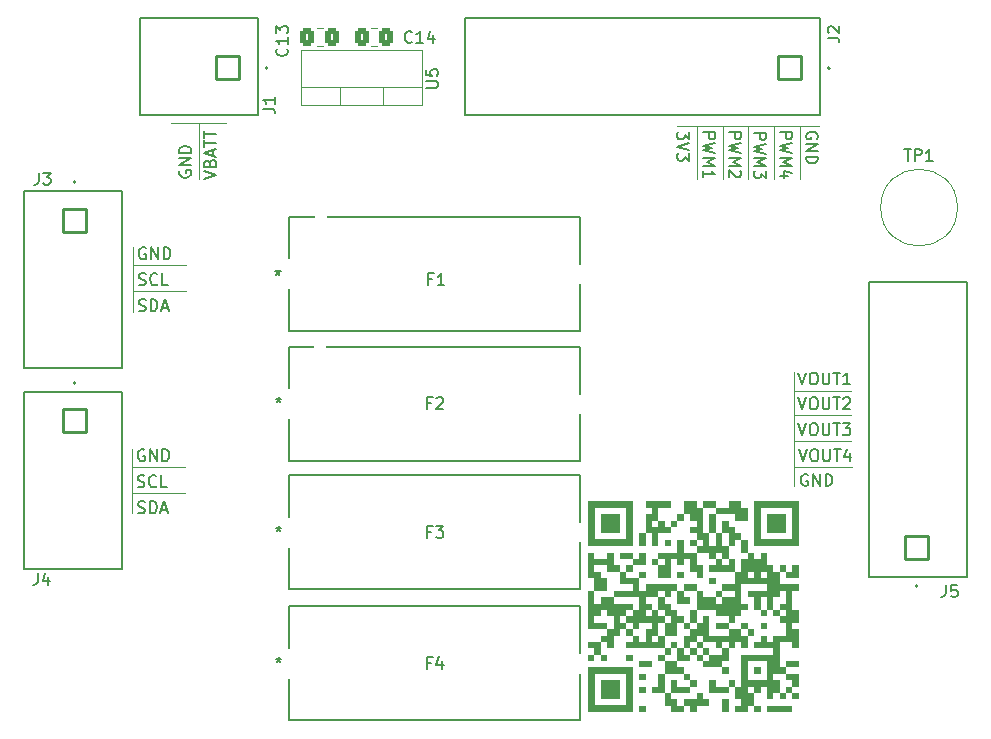
<source format=gto>
%TF.GenerationSoftware,KiCad,Pcbnew,9.0.0*%
%TF.CreationDate,2025-03-25T18:58:08+01:00*%
%TF.ProjectId,HeatingBoard,48656174-696e-4674-926f-6172642e6b69,V1*%
%TF.SameCoordinates,Original*%
%TF.FileFunction,Legend,Top*%
%TF.FilePolarity,Positive*%
%FSLAX46Y46*%
G04 Gerber Fmt 4.6, Leading zero omitted, Abs format (unit mm)*
G04 Created by KiCad (PCBNEW 9.0.0) date 2025-03-25 18:58:08*
%MOMM*%
%LPD*%
G01*
G04 APERTURE LIST*
G04 Aperture macros list*
%AMRoundRect*
0 Rectangle with rounded corners*
0 $1 Rounding radius*
0 $2 $3 $4 $5 $6 $7 $8 $9 X,Y pos of 4 corners*
0 Add a 4 corners polygon primitive as box body*
4,1,4,$2,$3,$4,$5,$6,$7,$8,$9,$2,$3,0*
0 Add four circle primitives for the rounded corners*
1,1,$1+$1,$2,$3*
1,1,$1+$1,$4,$5*
1,1,$1+$1,$6,$7*
1,1,$1+$1,$8,$9*
0 Add four rect primitives between the rounded corners*
20,1,$1+$1,$2,$3,$4,$5,0*
20,1,$1+$1,$4,$5,$6,$7,0*
20,1,$1+$1,$6,$7,$8,$9,0*
20,1,$1+$1,$8,$9,$2,$3,0*%
G04 Aperture macros list end*
%ADD10C,0.100000*%
%ADD11C,0.150000*%
%ADD12C,0.127000*%
%ADD13C,0.200000*%
%ADD14C,0.000000*%
%ADD15C,0.152400*%
%ADD16C,0.120000*%
%ADD17RoundRect,0.102000X0.975000X0.975000X-0.975000X0.975000X-0.975000X-0.975000X0.975000X-0.975000X0*%
%ADD18C,2.154000*%
%ADD19C,6.400000*%
%ADD20RoundRect,0.102000X-0.975000X0.975000X-0.975000X-0.975000X0.975000X-0.975000X0.975000X0.975000X0*%
%ADD21R,2.006600X2.006600*%
%ADD22C,2.006600*%
%ADD23RoundRect,0.102000X0.975000X-0.975000X0.975000X0.975000X-0.975000X0.975000X-0.975000X-0.975000X0*%
%ADD24RoundRect,0.250000X-0.337500X-0.475000X0.337500X-0.475000X0.337500X0.475000X-0.337500X0.475000X0*%
%ADD25RoundRect,0.250000X0.337500X0.475000X-0.337500X0.475000X-0.337500X-0.475000X0.337500X-0.475000X0*%
%ADD26C,6.000000*%
%ADD27R,1.905000X2.000000*%
%ADD28O,1.905000X2.000000*%
%ADD29R,1.000000X1.000000*%
G04 APERTURE END LIST*
D10*
X119350000Y-89400000D02*
X119350000Y-91000000D01*
X127200000Y-78950000D02*
X122600000Y-78950000D01*
X170900000Y-79200000D02*
X169300000Y-79200000D01*
X175300000Y-105900000D02*
X179800000Y-105900000D01*
X119350000Y-91000000D02*
X123850000Y-91000000D01*
X175800000Y-79200000D02*
X175800000Y-83700000D01*
X119350000Y-93200000D02*
X123850000Y-93200000D01*
X179800000Y-105900000D02*
X180100000Y-105900000D01*
X173600000Y-79200000D02*
X173600000Y-83700000D01*
X175300000Y-109700000D02*
X175300000Y-100000000D01*
X119350000Y-94900000D02*
X119350000Y-89400000D01*
X177400000Y-79200000D02*
X175800000Y-79200000D01*
X167100000Y-79200000D02*
X167100000Y-83700000D01*
X171900000Y-79200000D02*
X177400000Y-79200000D01*
X119250000Y-112000000D02*
X119250000Y-106500000D01*
X170900000Y-79200000D02*
X171900000Y-79200000D01*
X175300000Y-108100000D02*
X180200000Y-108100000D01*
X169300000Y-79200000D02*
X169300000Y-83700000D01*
X119250000Y-110300000D02*
X123750000Y-110300000D01*
X119250000Y-106500000D02*
X119250000Y-108100000D01*
X175300000Y-101600000D02*
X180100000Y-101600000D01*
X175300000Y-102100000D02*
X175300000Y-103700000D01*
X171400000Y-79200000D02*
X171400000Y-83700000D01*
X175300000Y-103700000D02*
X179800000Y-103700000D01*
X119250000Y-108100000D02*
X123750000Y-108100000D01*
X179800000Y-103700000D02*
X180100000Y-103700000D01*
X124900000Y-78950000D02*
X124900000Y-83650000D01*
X165400000Y-79200000D02*
X170900000Y-79200000D01*
D11*
X119789160Y-111922200D02*
X119932017Y-111969819D01*
X119932017Y-111969819D02*
X120170112Y-111969819D01*
X120170112Y-111969819D02*
X120265350Y-111922200D01*
X120265350Y-111922200D02*
X120312969Y-111874580D01*
X120312969Y-111874580D02*
X120360588Y-111779342D01*
X120360588Y-111779342D02*
X120360588Y-111684104D01*
X120360588Y-111684104D02*
X120312969Y-111588866D01*
X120312969Y-111588866D02*
X120265350Y-111541247D01*
X120265350Y-111541247D02*
X120170112Y-111493628D01*
X120170112Y-111493628D02*
X119979636Y-111446009D01*
X119979636Y-111446009D02*
X119884398Y-111398390D01*
X119884398Y-111398390D02*
X119836779Y-111350771D01*
X119836779Y-111350771D02*
X119789160Y-111255533D01*
X119789160Y-111255533D02*
X119789160Y-111160295D01*
X119789160Y-111160295D02*
X119836779Y-111065057D01*
X119836779Y-111065057D02*
X119884398Y-111017438D01*
X119884398Y-111017438D02*
X119979636Y-110969819D01*
X119979636Y-110969819D02*
X120217731Y-110969819D01*
X120217731Y-110969819D02*
X120360588Y-111017438D01*
X120789160Y-111969819D02*
X120789160Y-110969819D01*
X120789160Y-110969819D02*
X121027255Y-110969819D01*
X121027255Y-110969819D02*
X121170112Y-111017438D01*
X121170112Y-111017438D02*
X121265350Y-111112676D01*
X121265350Y-111112676D02*
X121312969Y-111207914D01*
X121312969Y-111207914D02*
X121360588Y-111398390D01*
X121360588Y-111398390D02*
X121360588Y-111541247D01*
X121360588Y-111541247D02*
X121312969Y-111731723D01*
X121312969Y-111731723D02*
X121265350Y-111826961D01*
X121265350Y-111826961D02*
X121170112Y-111922200D01*
X121170112Y-111922200D02*
X121027255Y-111969819D01*
X121027255Y-111969819D02*
X120789160Y-111969819D01*
X121741541Y-111684104D02*
X122217731Y-111684104D01*
X121646303Y-111969819D02*
X121979636Y-110969819D01*
X121979636Y-110969819D02*
X122312969Y-111969819D01*
X169830180Y-79736779D02*
X170830180Y-79736779D01*
X170830180Y-79736779D02*
X170830180Y-80117731D01*
X170830180Y-80117731D02*
X170782561Y-80212969D01*
X170782561Y-80212969D02*
X170734942Y-80260588D01*
X170734942Y-80260588D02*
X170639704Y-80308207D01*
X170639704Y-80308207D02*
X170496847Y-80308207D01*
X170496847Y-80308207D02*
X170401609Y-80260588D01*
X170401609Y-80260588D02*
X170353990Y-80212969D01*
X170353990Y-80212969D02*
X170306371Y-80117731D01*
X170306371Y-80117731D02*
X170306371Y-79736779D01*
X170830180Y-80641541D02*
X169830180Y-80879636D01*
X169830180Y-80879636D02*
X170544466Y-81070112D01*
X170544466Y-81070112D02*
X169830180Y-81260588D01*
X169830180Y-81260588D02*
X170830180Y-81498684D01*
X169830180Y-81879636D02*
X170830180Y-81879636D01*
X170830180Y-81879636D02*
X170115895Y-82212969D01*
X170115895Y-82212969D02*
X170830180Y-82546302D01*
X170830180Y-82546302D02*
X169830180Y-82546302D01*
X170734942Y-82974874D02*
X170782561Y-83022493D01*
X170782561Y-83022493D02*
X170830180Y-83117731D01*
X170830180Y-83117731D02*
X170830180Y-83355826D01*
X170830180Y-83355826D02*
X170782561Y-83451064D01*
X170782561Y-83451064D02*
X170734942Y-83498683D01*
X170734942Y-83498683D02*
X170639704Y-83546302D01*
X170639704Y-83546302D02*
X170544466Y-83546302D01*
X170544466Y-83546302D02*
X170401609Y-83498683D01*
X170401609Y-83498683D02*
X169830180Y-82927255D01*
X169830180Y-82927255D02*
X169830180Y-83546302D01*
X175693922Y-102169819D02*
X176027255Y-103169819D01*
X176027255Y-103169819D02*
X176360588Y-102169819D01*
X176884398Y-102169819D02*
X177074874Y-102169819D01*
X177074874Y-102169819D02*
X177170112Y-102217438D01*
X177170112Y-102217438D02*
X177265350Y-102312676D01*
X177265350Y-102312676D02*
X177312969Y-102503152D01*
X177312969Y-102503152D02*
X177312969Y-102836485D01*
X177312969Y-102836485D02*
X177265350Y-103026961D01*
X177265350Y-103026961D02*
X177170112Y-103122200D01*
X177170112Y-103122200D02*
X177074874Y-103169819D01*
X177074874Y-103169819D02*
X176884398Y-103169819D01*
X176884398Y-103169819D02*
X176789160Y-103122200D01*
X176789160Y-103122200D02*
X176693922Y-103026961D01*
X176693922Y-103026961D02*
X176646303Y-102836485D01*
X176646303Y-102836485D02*
X176646303Y-102503152D01*
X176646303Y-102503152D02*
X176693922Y-102312676D01*
X176693922Y-102312676D02*
X176789160Y-102217438D01*
X176789160Y-102217438D02*
X176884398Y-102169819D01*
X177741541Y-102169819D02*
X177741541Y-102979342D01*
X177741541Y-102979342D02*
X177789160Y-103074580D01*
X177789160Y-103074580D02*
X177836779Y-103122200D01*
X177836779Y-103122200D02*
X177932017Y-103169819D01*
X177932017Y-103169819D02*
X178122493Y-103169819D01*
X178122493Y-103169819D02*
X178217731Y-103122200D01*
X178217731Y-103122200D02*
X178265350Y-103074580D01*
X178265350Y-103074580D02*
X178312969Y-102979342D01*
X178312969Y-102979342D02*
X178312969Y-102169819D01*
X178646303Y-102169819D02*
X179217731Y-102169819D01*
X178932017Y-103169819D02*
X178932017Y-102169819D01*
X179503446Y-102265057D02*
X179551065Y-102217438D01*
X179551065Y-102217438D02*
X179646303Y-102169819D01*
X179646303Y-102169819D02*
X179884398Y-102169819D01*
X179884398Y-102169819D02*
X179979636Y-102217438D01*
X179979636Y-102217438D02*
X180027255Y-102265057D01*
X180027255Y-102265057D02*
X180074874Y-102360295D01*
X180074874Y-102360295D02*
X180074874Y-102455533D01*
X180074874Y-102455533D02*
X180027255Y-102598390D01*
X180027255Y-102598390D02*
X179455827Y-103169819D01*
X179455827Y-103169819D02*
X180074874Y-103169819D01*
X166430180Y-79691541D02*
X166430180Y-80310588D01*
X166430180Y-80310588D02*
X166049228Y-79977255D01*
X166049228Y-79977255D02*
X166049228Y-80120112D01*
X166049228Y-80120112D02*
X166001609Y-80215350D01*
X166001609Y-80215350D02*
X165953990Y-80262969D01*
X165953990Y-80262969D02*
X165858752Y-80310588D01*
X165858752Y-80310588D02*
X165620657Y-80310588D01*
X165620657Y-80310588D02*
X165525419Y-80262969D01*
X165525419Y-80262969D02*
X165477800Y-80215350D01*
X165477800Y-80215350D02*
X165430180Y-80120112D01*
X165430180Y-80120112D02*
X165430180Y-79834398D01*
X165430180Y-79834398D02*
X165477800Y-79739160D01*
X165477800Y-79739160D02*
X165525419Y-79691541D01*
X166430180Y-80596303D02*
X165430180Y-80929636D01*
X165430180Y-80929636D02*
X166430180Y-81262969D01*
X166430180Y-81501065D02*
X166430180Y-82120112D01*
X166430180Y-82120112D02*
X166049228Y-81786779D01*
X166049228Y-81786779D02*
X166049228Y-81929636D01*
X166049228Y-81929636D02*
X166001609Y-82024874D01*
X166001609Y-82024874D02*
X165953990Y-82072493D01*
X165953990Y-82072493D02*
X165858752Y-82120112D01*
X165858752Y-82120112D02*
X165620657Y-82120112D01*
X165620657Y-82120112D02*
X165525419Y-82072493D01*
X165525419Y-82072493D02*
X165477800Y-82024874D01*
X165477800Y-82024874D02*
X165430180Y-81929636D01*
X165430180Y-81929636D02*
X165430180Y-81643922D01*
X165430180Y-81643922D02*
X165477800Y-81548684D01*
X165477800Y-81548684D02*
X165525419Y-81501065D01*
X175693922Y-100069819D02*
X176027255Y-101069819D01*
X176027255Y-101069819D02*
X176360588Y-100069819D01*
X176884398Y-100069819D02*
X177074874Y-100069819D01*
X177074874Y-100069819D02*
X177170112Y-100117438D01*
X177170112Y-100117438D02*
X177265350Y-100212676D01*
X177265350Y-100212676D02*
X177312969Y-100403152D01*
X177312969Y-100403152D02*
X177312969Y-100736485D01*
X177312969Y-100736485D02*
X177265350Y-100926961D01*
X177265350Y-100926961D02*
X177170112Y-101022200D01*
X177170112Y-101022200D02*
X177074874Y-101069819D01*
X177074874Y-101069819D02*
X176884398Y-101069819D01*
X176884398Y-101069819D02*
X176789160Y-101022200D01*
X176789160Y-101022200D02*
X176693922Y-100926961D01*
X176693922Y-100926961D02*
X176646303Y-100736485D01*
X176646303Y-100736485D02*
X176646303Y-100403152D01*
X176646303Y-100403152D02*
X176693922Y-100212676D01*
X176693922Y-100212676D02*
X176789160Y-100117438D01*
X176789160Y-100117438D02*
X176884398Y-100069819D01*
X177741541Y-100069819D02*
X177741541Y-100879342D01*
X177741541Y-100879342D02*
X177789160Y-100974580D01*
X177789160Y-100974580D02*
X177836779Y-101022200D01*
X177836779Y-101022200D02*
X177932017Y-101069819D01*
X177932017Y-101069819D02*
X178122493Y-101069819D01*
X178122493Y-101069819D02*
X178217731Y-101022200D01*
X178217731Y-101022200D02*
X178265350Y-100974580D01*
X178265350Y-100974580D02*
X178312969Y-100879342D01*
X178312969Y-100879342D02*
X178312969Y-100069819D01*
X178646303Y-100069819D02*
X179217731Y-100069819D01*
X178932017Y-101069819D02*
X178932017Y-100069819D01*
X180074874Y-101069819D02*
X179503446Y-101069819D01*
X179789160Y-101069819D02*
X179789160Y-100069819D01*
X179789160Y-100069819D02*
X179693922Y-100212676D01*
X179693922Y-100212676D02*
X179598684Y-100307914D01*
X179598684Y-100307914D02*
X179503446Y-100355533D01*
X167630180Y-79736779D02*
X168630180Y-79736779D01*
X168630180Y-79736779D02*
X168630180Y-80117731D01*
X168630180Y-80117731D02*
X168582561Y-80212969D01*
X168582561Y-80212969D02*
X168534942Y-80260588D01*
X168534942Y-80260588D02*
X168439704Y-80308207D01*
X168439704Y-80308207D02*
X168296847Y-80308207D01*
X168296847Y-80308207D02*
X168201609Y-80260588D01*
X168201609Y-80260588D02*
X168153990Y-80212969D01*
X168153990Y-80212969D02*
X168106371Y-80117731D01*
X168106371Y-80117731D02*
X168106371Y-79736779D01*
X168630180Y-80641541D02*
X167630180Y-80879636D01*
X167630180Y-80879636D02*
X168344466Y-81070112D01*
X168344466Y-81070112D02*
X167630180Y-81260588D01*
X167630180Y-81260588D02*
X168630180Y-81498684D01*
X167630180Y-81879636D02*
X168630180Y-81879636D01*
X168630180Y-81879636D02*
X167915895Y-82212969D01*
X167915895Y-82212969D02*
X168630180Y-82546302D01*
X168630180Y-82546302D02*
X167630180Y-82546302D01*
X167630180Y-83546302D02*
X167630180Y-82974874D01*
X167630180Y-83260588D02*
X168630180Y-83260588D01*
X168630180Y-83260588D02*
X168487323Y-83165350D01*
X168487323Y-83165350D02*
X168392085Y-83070112D01*
X168392085Y-83070112D02*
X168344466Y-82974874D01*
X119839160Y-92622200D02*
X119982017Y-92669819D01*
X119982017Y-92669819D02*
X120220112Y-92669819D01*
X120220112Y-92669819D02*
X120315350Y-92622200D01*
X120315350Y-92622200D02*
X120362969Y-92574580D01*
X120362969Y-92574580D02*
X120410588Y-92479342D01*
X120410588Y-92479342D02*
X120410588Y-92384104D01*
X120410588Y-92384104D02*
X120362969Y-92288866D01*
X120362969Y-92288866D02*
X120315350Y-92241247D01*
X120315350Y-92241247D02*
X120220112Y-92193628D01*
X120220112Y-92193628D02*
X120029636Y-92146009D01*
X120029636Y-92146009D02*
X119934398Y-92098390D01*
X119934398Y-92098390D02*
X119886779Y-92050771D01*
X119886779Y-92050771D02*
X119839160Y-91955533D01*
X119839160Y-91955533D02*
X119839160Y-91860295D01*
X119839160Y-91860295D02*
X119886779Y-91765057D01*
X119886779Y-91765057D02*
X119934398Y-91717438D01*
X119934398Y-91717438D02*
X120029636Y-91669819D01*
X120029636Y-91669819D02*
X120267731Y-91669819D01*
X120267731Y-91669819D02*
X120410588Y-91717438D01*
X121410588Y-92574580D02*
X121362969Y-92622200D01*
X121362969Y-92622200D02*
X121220112Y-92669819D01*
X121220112Y-92669819D02*
X121124874Y-92669819D01*
X121124874Y-92669819D02*
X120982017Y-92622200D01*
X120982017Y-92622200D02*
X120886779Y-92526961D01*
X120886779Y-92526961D02*
X120839160Y-92431723D01*
X120839160Y-92431723D02*
X120791541Y-92241247D01*
X120791541Y-92241247D02*
X120791541Y-92098390D01*
X120791541Y-92098390D02*
X120839160Y-91907914D01*
X120839160Y-91907914D02*
X120886779Y-91812676D01*
X120886779Y-91812676D02*
X120982017Y-91717438D01*
X120982017Y-91717438D02*
X121124874Y-91669819D01*
X121124874Y-91669819D02*
X121220112Y-91669819D01*
X121220112Y-91669819D02*
X121362969Y-91717438D01*
X121362969Y-91717438D02*
X121410588Y-91765057D01*
X122315350Y-92669819D02*
X121839160Y-92669819D01*
X121839160Y-92669819D02*
X121839160Y-91669819D01*
X119739160Y-109722200D02*
X119882017Y-109769819D01*
X119882017Y-109769819D02*
X120120112Y-109769819D01*
X120120112Y-109769819D02*
X120215350Y-109722200D01*
X120215350Y-109722200D02*
X120262969Y-109674580D01*
X120262969Y-109674580D02*
X120310588Y-109579342D01*
X120310588Y-109579342D02*
X120310588Y-109484104D01*
X120310588Y-109484104D02*
X120262969Y-109388866D01*
X120262969Y-109388866D02*
X120215350Y-109341247D01*
X120215350Y-109341247D02*
X120120112Y-109293628D01*
X120120112Y-109293628D02*
X119929636Y-109246009D01*
X119929636Y-109246009D02*
X119834398Y-109198390D01*
X119834398Y-109198390D02*
X119786779Y-109150771D01*
X119786779Y-109150771D02*
X119739160Y-109055533D01*
X119739160Y-109055533D02*
X119739160Y-108960295D01*
X119739160Y-108960295D02*
X119786779Y-108865057D01*
X119786779Y-108865057D02*
X119834398Y-108817438D01*
X119834398Y-108817438D02*
X119929636Y-108769819D01*
X119929636Y-108769819D02*
X120167731Y-108769819D01*
X120167731Y-108769819D02*
X120310588Y-108817438D01*
X121310588Y-109674580D02*
X121262969Y-109722200D01*
X121262969Y-109722200D02*
X121120112Y-109769819D01*
X121120112Y-109769819D02*
X121024874Y-109769819D01*
X121024874Y-109769819D02*
X120882017Y-109722200D01*
X120882017Y-109722200D02*
X120786779Y-109626961D01*
X120786779Y-109626961D02*
X120739160Y-109531723D01*
X120739160Y-109531723D02*
X120691541Y-109341247D01*
X120691541Y-109341247D02*
X120691541Y-109198390D01*
X120691541Y-109198390D02*
X120739160Y-109007914D01*
X120739160Y-109007914D02*
X120786779Y-108912676D01*
X120786779Y-108912676D02*
X120882017Y-108817438D01*
X120882017Y-108817438D02*
X121024874Y-108769819D01*
X121024874Y-108769819D02*
X121120112Y-108769819D01*
X121120112Y-108769819D02*
X121262969Y-108817438D01*
X121262969Y-108817438D02*
X121310588Y-108865057D01*
X122215350Y-109769819D02*
X121739160Y-109769819D01*
X121739160Y-109769819D02*
X121739160Y-108769819D01*
X119839160Y-94822200D02*
X119982017Y-94869819D01*
X119982017Y-94869819D02*
X120220112Y-94869819D01*
X120220112Y-94869819D02*
X120315350Y-94822200D01*
X120315350Y-94822200D02*
X120362969Y-94774580D01*
X120362969Y-94774580D02*
X120410588Y-94679342D01*
X120410588Y-94679342D02*
X120410588Y-94584104D01*
X120410588Y-94584104D02*
X120362969Y-94488866D01*
X120362969Y-94488866D02*
X120315350Y-94441247D01*
X120315350Y-94441247D02*
X120220112Y-94393628D01*
X120220112Y-94393628D02*
X120029636Y-94346009D01*
X120029636Y-94346009D02*
X119934398Y-94298390D01*
X119934398Y-94298390D02*
X119886779Y-94250771D01*
X119886779Y-94250771D02*
X119839160Y-94155533D01*
X119839160Y-94155533D02*
X119839160Y-94060295D01*
X119839160Y-94060295D02*
X119886779Y-93965057D01*
X119886779Y-93965057D02*
X119934398Y-93917438D01*
X119934398Y-93917438D02*
X120029636Y-93869819D01*
X120029636Y-93869819D02*
X120267731Y-93869819D01*
X120267731Y-93869819D02*
X120410588Y-93917438D01*
X120839160Y-94869819D02*
X120839160Y-93869819D01*
X120839160Y-93869819D02*
X121077255Y-93869819D01*
X121077255Y-93869819D02*
X121220112Y-93917438D01*
X121220112Y-93917438D02*
X121315350Y-94012676D01*
X121315350Y-94012676D02*
X121362969Y-94107914D01*
X121362969Y-94107914D02*
X121410588Y-94298390D01*
X121410588Y-94298390D02*
X121410588Y-94441247D01*
X121410588Y-94441247D02*
X121362969Y-94631723D01*
X121362969Y-94631723D02*
X121315350Y-94726961D01*
X121315350Y-94726961D02*
X121220112Y-94822200D01*
X121220112Y-94822200D02*
X121077255Y-94869819D01*
X121077255Y-94869819D02*
X120839160Y-94869819D01*
X121791541Y-94584104D02*
X122267731Y-94584104D01*
X121696303Y-94869819D02*
X122029636Y-93869819D01*
X122029636Y-93869819D02*
X122362969Y-94869819D01*
X125369819Y-83656077D02*
X126369819Y-83322744D01*
X126369819Y-83322744D02*
X125369819Y-82989411D01*
X125846009Y-82322744D02*
X125893628Y-82179887D01*
X125893628Y-82179887D02*
X125941247Y-82132268D01*
X125941247Y-82132268D02*
X126036485Y-82084649D01*
X126036485Y-82084649D02*
X126179342Y-82084649D01*
X126179342Y-82084649D02*
X126274580Y-82132268D01*
X126274580Y-82132268D02*
X126322200Y-82179887D01*
X126322200Y-82179887D02*
X126369819Y-82275125D01*
X126369819Y-82275125D02*
X126369819Y-82656077D01*
X126369819Y-82656077D02*
X125369819Y-82656077D01*
X125369819Y-82656077D02*
X125369819Y-82322744D01*
X125369819Y-82322744D02*
X125417438Y-82227506D01*
X125417438Y-82227506D02*
X125465057Y-82179887D01*
X125465057Y-82179887D02*
X125560295Y-82132268D01*
X125560295Y-82132268D02*
X125655533Y-82132268D01*
X125655533Y-82132268D02*
X125750771Y-82179887D01*
X125750771Y-82179887D02*
X125798390Y-82227506D01*
X125798390Y-82227506D02*
X125846009Y-82322744D01*
X125846009Y-82322744D02*
X125846009Y-82656077D01*
X126084104Y-81703696D02*
X126084104Y-81227506D01*
X126369819Y-81798934D02*
X125369819Y-81465601D01*
X125369819Y-81465601D02*
X126369819Y-81132268D01*
X125369819Y-80941791D02*
X125369819Y-80370363D01*
X126369819Y-80656077D02*
X125369819Y-80656077D01*
X125369819Y-80179886D02*
X125369819Y-79608458D01*
X126369819Y-79894172D02*
X125369819Y-79894172D01*
X175743922Y-106569819D02*
X176077255Y-107569819D01*
X176077255Y-107569819D02*
X176410588Y-106569819D01*
X176934398Y-106569819D02*
X177124874Y-106569819D01*
X177124874Y-106569819D02*
X177220112Y-106617438D01*
X177220112Y-106617438D02*
X177315350Y-106712676D01*
X177315350Y-106712676D02*
X177362969Y-106903152D01*
X177362969Y-106903152D02*
X177362969Y-107236485D01*
X177362969Y-107236485D02*
X177315350Y-107426961D01*
X177315350Y-107426961D02*
X177220112Y-107522200D01*
X177220112Y-107522200D02*
X177124874Y-107569819D01*
X177124874Y-107569819D02*
X176934398Y-107569819D01*
X176934398Y-107569819D02*
X176839160Y-107522200D01*
X176839160Y-107522200D02*
X176743922Y-107426961D01*
X176743922Y-107426961D02*
X176696303Y-107236485D01*
X176696303Y-107236485D02*
X176696303Y-106903152D01*
X176696303Y-106903152D02*
X176743922Y-106712676D01*
X176743922Y-106712676D02*
X176839160Y-106617438D01*
X176839160Y-106617438D02*
X176934398Y-106569819D01*
X177791541Y-106569819D02*
X177791541Y-107379342D01*
X177791541Y-107379342D02*
X177839160Y-107474580D01*
X177839160Y-107474580D02*
X177886779Y-107522200D01*
X177886779Y-107522200D02*
X177982017Y-107569819D01*
X177982017Y-107569819D02*
X178172493Y-107569819D01*
X178172493Y-107569819D02*
X178267731Y-107522200D01*
X178267731Y-107522200D02*
X178315350Y-107474580D01*
X178315350Y-107474580D02*
X178362969Y-107379342D01*
X178362969Y-107379342D02*
X178362969Y-106569819D01*
X178696303Y-106569819D02*
X179267731Y-106569819D01*
X178982017Y-107569819D02*
X178982017Y-106569819D01*
X180029636Y-106903152D02*
X180029636Y-107569819D01*
X179791541Y-106522200D02*
X179553446Y-107236485D01*
X179553446Y-107236485D02*
X180172493Y-107236485D01*
X176460588Y-108717438D02*
X176365350Y-108669819D01*
X176365350Y-108669819D02*
X176222493Y-108669819D01*
X176222493Y-108669819D02*
X176079636Y-108717438D01*
X176079636Y-108717438D02*
X175984398Y-108812676D01*
X175984398Y-108812676D02*
X175936779Y-108907914D01*
X175936779Y-108907914D02*
X175889160Y-109098390D01*
X175889160Y-109098390D02*
X175889160Y-109241247D01*
X175889160Y-109241247D02*
X175936779Y-109431723D01*
X175936779Y-109431723D02*
X175984398Y-109526961D01*
X175984398Y-109526961D02*
X176079636Y-109622200D01*
X176079636Y-109622200D02*
X176222493Y-109669819D01*
X176222493Y-109669819D02*
X176317731Y-109669819D01*
X176317731Y-109669819D02*
X176460588Y-109622200D01*
X176460588Y-109622200D02*
X176508207Y-109574580D01*
X176508207Y-109574580D02*
X176508207Y-109241247D01*
X176508207Y-109241247D02*
X176317731Y-109241247D01*
X176936779Y-109669819D02*
X176936779Y-108669819D01*
X176936779Y-108669819D02*
X177508207Y-109669819D01*
X177508207Y-109669819D02*
X177508207Y-108669819D01*
X177984398Y-109669819D02*
X177984398Y-108669819D01*
X177984398Y-108669819D02*
X178222493Y-108669819D01*
X178222493Y-108669819D02*
X178365350Y-108717438D01*
X178365350Y-108717438D02*
X178460588Y-108812676D01*
X178460588Y-108812676D02*
X178508207Y-108907914D01*
X178508207Y-108907914D02*
X178555826Y-109098390D01*
X178555826Y-109098390D02*
X178555826Y-109241247D01*
X178555826Y-109241247D02*
X178508207Y-109431723D01*
X178508207Y-109431723D02*
X178460588Y-109526961D01*
X178460588Y-109526961D02*
X178365350Y-109622200D01*
X178365350Y-109622200D02*
X178222493Y-109669819D01*
X178222493Y-109669819D02*
X177984398Y-109669819D01*
X120310588Y-106617438D02*
X120215350Y-106569819D01*
X120215350Y-106569819D02*
X120072493Y-106569819D01*
X120072493Y-106569819D02*
X119929636Y-106617438D01*
X119929636Y-106617438D02*
X119834398Y-106712676D01*
X119834398Y-106712676D02*
X119786779Y-106807914D01*
X119786779Y-106807914D02*
X119739160Y-106998390D01*
X119739160Y-106998390D02*
X119739160Y-107141247D01*
X119739160Y-107141247D02*
X119786779Y-107331723D01*
X119786779Y-107331723D02*
X119834398Y-107426961D01*
X119834398Y-107426961D02*
X119929636Y-107522200D01*
X119929636Y-107522200D02*
X120072493Y-107569819D01*
X120072493Y-107569819D02*
X120167731Y-107569819D01*
X120167731Y-107569819D02*
X120310588Y-107522200D01*
X120310588Y-107522200D02*
X120358207Y-107474580D01*
X120358207Y-107474580D02*
X120358207Y-107141247D01*
X120358207Y-107141247D02*
X120167731Y-107141247D01*
X120786779Y-107569819D02*
X120786779Y-106569819D01*
X120786779Y-106569819D02*
X121358207Y-107569819D01*
X121358207Y-107569819D02*
X121358207Y-106569819D01*
X121834398Y-107569819D02*
X121834398Y-106569819D01*
X121834398Y-106569819D02*
X122072493Y-106569819D01*
X122072493Y-106569819D02*
X122215350Y-106617438D01*
X122215350Y-106617438D02*
X122310588Y-106712676D01*
X122310588Y-106712676D02*
X122358207Y-106807914D01*
X122358207Y-106807914D02*
X122405826Y-106998390D01*
X122405826Y-106998390D02*
X122405826Y-107141247D01*
X122405826Y-107141247D02*
X122358207Y-107331723D01*
X122358207Y-107331723D02*
X122310588Y-107426961D01*
X122310588Y-107426961D02*
X122215350Y-107522200D01*
X122215350Y-107522200D02*
X122072493Y-107569819D01*
X122072493Y-107569819D02*
X121834398Y-107569819D01*
X171930180Y-79786779D02*
X172930180Y-79786779D01*
X172930180Y-79786779D02*
X172930180Y-80167731D01*
X172930180Y-80167731D02*
X172882561Y-80262969D01*
X172882561Y-80262969D02*
X172834942Y-80310588D01*
X172834942Y-80310588D02*
X172739704Y-80358207D01*
X172739704Y-80358207D02*
X172596847Y-80358207D01*
X172596847Y-80358207D02*
X172501609Y-80310588D01*
X172501609Y-80310588D02*
X172453990Y-80262969D01*
X172453990Y-80262969D02*
X172406371Y-80167731D01*
X172406371Y-80167731D02*
X172406371Y-79786779D01*
X172930180Y-80691541D02*
X171930180Y-80929636D01*
X171930180Y-80929636D02*
X172644466Y-81120112D01*
X172644466Y-81120112D02*
X171930180Y-81310588D01*
X171930180Y-81310588D02*
X172930180Y-81548684D01*
X171930180Y-81929636D02*
X172930180Y-81929636D01*
X172930180Y-81929636D02*
X172215895Y-82262969D01*
X172215895Y-82262969D02*
X172930180Y-82596302D01*
X172930180Y-82596302D02*
X171930180Y-82596302D01*
X172930180Y-82977255D02*
X172930180Y-83596302D01*
X172930180Y-83596302D02*
X172549228Y-83262969D01*
X172549228Y-83262969D02*
X172549228Y-83405826D01*
X172549228Y-83405826D02*
X172501609Y-83501064D01*
X172501609Y-83501064D02*
X172453990Y-83548683D01*
X172453990Y-83548683D02*
X172358752Y-83596302D01*
X172358752Y-83596302D02*
X172120657Y-83596302D01*
X172120657Y-83596302D02*
X172025419Y-83548683D01*
X172025419Y-83548683D02*
X171977800Y-83501064D01*
X171977800Y-83501064D02*
X171930180Y-83405826D01*
X171930180Y-83405826D02*
X171930180Y-83120112D01*
X171930180Y-83120112D02*
X171977800Y-83024874D01*
X171977800Y-83024874D02*
X172025419Y-82977255D01*
X175693922Y-104369819D02*
X176027255Y-105369819D01*
X176027255Y-105369819D02*
X176360588Y-104369819D01*
X176884398Y-104369819D02*
X177074874Y-104369819D01*
X177074874Y-104369819D02*
X177170112Y-104417438D01*
X177170112Y-104417438D02*
X177265350Y-104512676D01*
X177265350Y-104512676D02*
X177312969Y-104703152D01*
X177312969Y-104703152D02*
X177312969Y-105036485D01*
X177312969Y-105036485D02*
X177265350Y-105226961D01*
X177265350Y-105226961D02*
X177170112Y-105322200D01*
X177170112Y-105322200D02*
X177074874Y-105369819D01*
X177074874Y-105369819D02*
X176884398Y-105369819D01*
X176884398Y-105369819D02*
X176789160Y-105322200D01*
X176789160Y-105322200D02*
X176693922Y-105226961D01*
X176693922Y-105226961D02*
X176646303Y-105036485D01*
X176646303Y-105036485D02*
X176646303Y-104703152D01*
X176646303Y-104703152D02*
X176693922Y-104512676D01*
X176693922Y-104512676D02*
X176789160Y-104417438D01*
X176789160Y-104417438D02*
X176884398Y-104369819D01*
X177741541Y-104369819D02*
X177741541Y-105179342D01*
X177741541Y-105179342D02*
X177789160Y-105274580D01*
X177789160Y-105274580D02*
X177836779Y-105322200D01*
X177836779Y-105322200D02*
X177932017Y-105369819D01*
X177932017Y-105369819D02*
X178122493Y-105369819D01*
X178122493Y-105369819D02*
X178217731Y-105322200D01*
X178217731Y-105322200D02*
X178265350Y-105274580D01*
X178265350Y-105274580D02*
X178312969Y-105179342D01*
X178312969Y-105179342D02*
X178312969Y-104369819D01*
X178646303Y-104369819D02*
X179217731Y-104369819D01*
X178932017Y-105369819D02*
X178932017Y-104369819D01*
X179455827Y-104369819D02*
X180074874Y-104369819D01*
X180074874Y-104369819D02*
X179741541Y-104750771D01*
X179741541Y-104750771D02*
X179884398Y-104750771D01*
X179884398Y-104750771D02*
X179979636Y-104798390D01*
X179979636Y-104798390D02*
X180027255Y-104846009D01*
X180027255Y-104846009D02*
X180074874Y-104941247D01*
X180074874Y-104941247D02*
X180074874Y-105179342D01*
X180074874Y-105179342D02*
X180027255Y-105274580D01*
X180027255Y-105274580D02*
X179979636Y-105322200D01*
X179979636Y-105322200D02*
X179884398Y-105369819D01*
X179884398Y-105369819D02*
X179598684Y-105369819D01*
X179598684Y-105369819D02*
X179503446Y-105322200D01*
X179503446Y-105322200D02*
X179455827Y-105274580D01*
X174130180Y-79736779D02*
X175130180Y-79736779D01*
X175130180Y-79736779D02*
X175130180Y-80117731D01*
X175130180Y-80117731D02*
X175082561Y-80212969D01*
X175082561Y-80212969D02*
X175034942Y-80260588D01*
X175034942Y-80260588D02*
X174939704Y-80308207D01*
X174939704Y-80308207D02*
X174796847Y-80308207D01*
X174796847Y-80308207D02*
X174701609Y-80260588D01*
X174701609Y-80260588D02*
X174653990Y-80212969D01*
X174653990Y-80212969D02*
X174606371Y-80117731D01*
X174606371Y-80117731D02*
X174606371Y-79736779D01*
X175130180Y-80641541D02*
X174130180Y-80879636D01*
X174130180Y-80879636D02*
X174844466Y-81070112D01*
X174844466Y-81070112D02*
X174130180Y-81260588D01*
X174130180Y-81260588D02*
X175130180Y-81498684D01*
X174130180Y-81879636D02*
X175130180Y-81879636D01*
X175130180Y-81879636D02*
X174415895Y-82212969D01*
X174415895Y-82212969D02*
X175130180Y-82546302D01*
X175130180Y-82546302D02*
X174130180Y-82546302D01*
X174796847Y-83451064D02*
X174130180Y-83451064D01*
X175177800Y-83212969D02*
X174463514Y-82974874D01*
X174463514Y-82974874D02*
X174463514Y-83593921D01*
X177282561Y-80260588D02*
X177330180Y-80165350D01*
X177330180Y-80165350D02*
X177330180Y-80022493D01*
X177330180Y-80022493D02*
X177282561Y-79879636D01*
X177282561Y-79879636D02*
X177187323Y-79784398D01*
X177187323Y-79784398D02*
X177092085Y-79736779D01*
X177092085Y-79736779D02*
X176901609Y-79689160D01*
X176901609Y-79689160D02*
X176758752Y-79689160D01*
X176758752Y-79689160D02*
X176568276Y-79736779D01*
X176568276Y-79736779D02*
X176473038Y-79784398D01*
X176473038Y-79784398D02*
X176377800Y-79879636D01*
X176377800Y-79879636D02*
X176330180Y-80022493D01*
X176330180Y-80022493D02*
X176330180Y-80117731D01*
X176330180Y-80117731D02*
X176377800Y-80260588D01*
X176377800Y-80260588D02*
X176425419Y-80308207D01*
X176425419Y-80308207D02*
X176758752Y-80308207D01*
X176758752Y-80308207D02*
X176758752Y-80117731D01*
X176330180Y-80736779D02*
X177330180Y-80736779D01*
X177330180Y-80736779D02*
X176330180Y-81308207D01*
X176330180Y-81308207D02*
X177330180Y-81308207D01*
X176330180Y-81784398D02*
X177330180Y-81784398D01*
X177330180Y-81784398D02*
X177330180Y-82022493D01*
X177330180Y-82022493D02*
X177282561Y-82165350D01*
X177282561Y-82165350D02*
X177187323Y-82260588D01*
X177187323Y-82260588D02*
X177092085Y-82308207D01*
X177092085Y-82308207D02*
X176901609Y-82355826D01*
X176901609Y-82355826D02*
X176758752Y-82355826D01*
X176758752Y-82355826D02*
X176568276Y-82308207D01*
X176568276Y-82308207D02*
X176473038Y-82260588D01*
X176473038Y-82260588D02*
X176377800Y-82165350D01*
X176377800Y-82165350D02*
X176330180Y-82022493D01*
X176330180Y-82022493D02*
X176330180Y-81784398D01*
X120410588Y-89517438D02*
X120315350Y-89469819D01*
X120315350Y-89469819D02*
X120172493Y-89469819D01*
X120172493Y-89469819D02*
X120029636Y-89517438D01*
X120029636Y-89517438D02*
X119934398Y-89612676D01*
X119934398Y-89612676D02*
X119886779Y-89707914D01*
X119886779Y-89707914D02*
X119839160Y-89898390D01*
X119839160Y-89898390D02*
X119839160Y-90041247D01*
X119839160Y-90041247D02*
X119886779Y-90231723D01*
X119886779Y-90231723D02*
X119934398Y-90326961D01*
X119934398Y-90326961D02*
X120029636Y-90422200D01*
X120029636Y-90422200D02*
X120172493Y-90469819D01*
X120172493Y-90469819D02*
X120267731Y-90469819D01*
X120267731Y-90469819D02*
X120410588Y-90422200D01*
X120410588Y-90422200D02*
X120458207Y-90374580D01*
X120458207Y-90374580D02*
X120458207Y-90041247D01*
X120458207Y-90041247D02*
X120267731Y-90041247D01*
X120886779Y-90469819D02*
X120886779Y-89469819D01*
X120886779Y-89469819D02*
X121458207Y-90469819D01*
X121458207Y-90469819D02*
X121458207Y-89469819D01*
X121934398Y-90469819D02*
X121934398Y-89469819D01*
X121934398Y-89469819D02*
X122172493Y-89469819D01*
X122172493Y-89469819D02*
X122315350Y-89517438D01*
X122315350Y-89517438D02*
X122410588Y-89612676D01*
X122410588Y-89612676D02*
X122458207Y-89707914D01*
X122458207Y-89707914D02*
X122505826Y-89898390D01*
X122505826Y-89898390D02*
X122505826Y-90041247D01*
X122505826Y-90041247D02*
X122458207Y-90231723D01*
X122458207Y-90231723D02*
X122410588Y-90326961D01*
X122410588Y-90326961D02*
X122315350Y-90422200D01*
X122315350Y-90422200D02*
X122172493Y-90469819D01*
X122172493Y-90469819D02*
X121934398Y-90469819D01*
X123317438Y-82989411D02*
X123269819Y-83084649D01*
X123269819Y-83084649D02*
X123269819Y-83227506D01*
X123269819Y-83227506D02*
X123317438Y-83370363D01*
X123317438Y-83370363D02*
X123412676Y-83465601D01*
X123412676Y-83465601D02*
X123507914Y-83513220D01*
X123507914Y-83513220D02*
X123698390Y-83560839D01*
X123698390Y-83560839D02*
X123841247Y-83560839D01*
X123841247Y-83560839D02*
X124031723Y-83513220D01*
X124031723Y-83513220D02*
X124126961Y-83465601D01*
X124126961Y-83465601D02*
X124222200Y-83370363D01*
X124222200Y-83370363D02*
X124269819Y-83227506D01*
X124269819Y-83227506D02*
X124269819Y-83132268D01*
X124269819Y-83132268D02*
X124222200Y-82989411D01*
X124222200Y-82989411D02*
X124174580Y-82941792D01*
X124174580Y-82941792D02*
X123841247Y-82941792D01*
X123841247Y-82941792D02*
X123841247Y-83132268D01*
X124269819Y-82513220D02*
X123269819Y-82513220D01*
X123269819Y-82513220D02*
X124269819Y-81941792D01*
X124269819Y-81941792D02*
X123269819Y-81941792D01*
X124269819Y-81465601D02*
X123269819Y-81465601D01*
X123269819Y-81465601D02*
X123269819Y-81227506D01*
X123269819Y-81227506D02*
X123317438Y-81084649D01*
X123317438Y-81084649D02*
X123412676Y-80989411D01*
X123412676Y-80989411D02*
X123507914Y-80941792D01*
X123507914Y-80941792D02*
X123698390Y-80894173D01*
X123698390Y-80894173D02*
X123841247Y-80894173D01*
X123841247Y-80894173D02*
X124031723Y-80941792D01*
X124031723Y-80941792D02*
X124126961Y-80989411D01*
X124126961Y-80989411D02*
X124222200Y-81084649D01*
X124222200Y-81084649D02*
X124269819Y-81227506D01*
X124269819Y-81227506D02*
X124269819Y-81465601D01*
X178154819Y-71733333D02*
X178869104Y-71733333D01*
X178869104Y-71733333D02*
X179011961Y-71780952D01*
X179011961Y-71780952D02*
X179107200Y-71876190D01*
X179107200Y-71876190D02*
X179154819Y-72019047D01*
X179154819Y-72019047D02*
X179154819Y-72114285D01*
X178250057Y-71304761D02*
X178202438Y-71257142D01*
X178202438Y-71257142D02*
X178154819Y-71161904D01*
X178154819Y-71161904D02*
X178154819Y-70923809D01*
X178154819Y-70923809D02*
X178202438Y-70828571D01*
X178202438Y-70828571D02*
X178250057Y-70780952D01*
X178250057Y-70780952D02*
X178345295Y-70733333D01*
X178345295Y-70733333D02*
X178440533Y-70733333D01*
X178440533Y-70733333D02*
X178583390Y-70780952D01*
X178583390Y-70780952D02*
X179154819Y-71352380D01*
X179154819Y-71352380D02*
X179154819Y-70733333D01*
X130354819Y-77733333D02*
X131069104Y-77733333D01*
X131069104Y-77733333D02*
X131211961Y-77780952D01*
X131211961Y-77780952D02*
X131307200Y-77876190D01*
X131307200Y-77876190D02*
X131354819Y-78019047D01*
X131354819Y-78019047D02*
X131354819Y-78114285D01*
X131354819Y-76733333D02*
X131354819Y-77304761D01*
X131354819Y-77019047D02*
X130354819Y-77019047D01*
X130354819Y-77019047D02*
X130497676Y-77114285D01*
X130497676Y-77114285D02*
X130592914Y-77209523D01*
X130592914Y-77209523D02*
X130640533Y-77304761D01*
X111366666Y-83154819D02*
X111366666Y-83869104D01*
X111366666Y-83869104D02*
X111319047Y-84011961D01*
X111319047Y-84011961D02*
X111223809Y-84107200D01*
X111223809Y-84107200D02*
X111080952Y-84154819D01*
X111080952Y-84154819D02*
X110985714Y-84154819D01*
X111747619Y-83154819D02*
X112366666Y-83154819D01*
X112366666Y-83154819D02*
X112033333Y-83535771D01*
X112033333Y-83535771D02*
X112176190Y-83535771D01*
X112176190Y-83535771D02*
X112271428Y-83583390D01*
X112271428Y-83583390D02*
X112319047Y-83631009D01*
X112319047Y-83631009D02*
X112366666Y-83726247D01*
X112366666Y-83726247D02*
X112366666Y-83964342D01*
X112366666Y-83964342D02*
X112319047Y-84059580D01*
X112319047Y-84059580D02*
X112271428Y-84107200D01*
X112271428Y-84107200D02*
X112176190Y-84154819D01*
X112176190Y-84154819D02*
X111890476Y-84154819D01*
X111890476Y-84154819D02*
X111795238Y-84107200D01*
X111795238Y-84107200D02*
X111747619Y-84059580D01*
X144566666Y-102631009D02*
X144233333Y-102631009D01*
X144233333Y-103154819D02*
X144233333Y-102154819D01*
X144233333Y-102154819D02*
X144709523Y-102154819D01*
X145042857Y-102250057D02*
X145090476Y-102202438D01*
X145090476Y-102202438D02*
X145185714Y-102154819D01*
X145185714Y-102154819D02*
X145423809Y-102154819D01*
X145423809Y-102154819D02*
X145519047Y-102202438D01*
X145519047Y-102202438D02*
X145566666Y-102250057D01*
X145566666Y-102250057D02*
X145614285Y-102345295D01*
X145614285Y-102345295D02*
X145614285Y-102440533D01*
X145614285Y-102440533D02*
X145566666Y-102583390D01*
X145566666Y-102583390D02*
X144995238Y-103154819D01*
X144995238Y-103154819D02*
X145614285Y-103154819D01*
X131679300Y-102154819D02*
X131679300Y-102392914D01*
X131441205Y-102297676D02*
X131679300Y-102392914D01*
X131679300Y-102392914D02*
X131917395Y-102297676D01*
X131536443Y-102583390D02*
X131679300Y-102392914D01*
X131679300Y-102392914D02*
X131822157Y-102583390D01*
X188166666Y-118054819D02*
X188166666Y-118769104D01*
X188166666Y-118769104D02*
X188119047Y-118911961D01*
X188119047Y-118911961D02*
X188023809Y-119007200D01*
X188023809Y-119007200D02*
X187880952Y-119054819D01*
X187880952Y-119054819D02*
X187785714Y-119054819D01*
X189119047Y-118054819D02*
X188642857Y-118054819D01*
X188642857Y-118054819D02*
X188595238Y-118531009D01*
X188595238Y-118531009D02*
X188642857Y-118483390D01*
X188642857Y-118483390D02*
X188738095Y-118435771D01*
X188738095Y-118435771D02*
X188976190Y-118435771D01*
X188976190Y-118435771D02*
X189071428Y-118483390D01*
X189071428Y-118483390D02*
X189119047Y-118531009D01*
X189119047Y-118531009D02*
X189166666Y-118626247D01*
X189166666Y-118626247D02*
X189166666Y-118864342D01*
X189166666Y-118864342D02*
X189119047Y-118959580D01*
X189119047Y-118959580D02*
X189071428Y-119007200D01*
X189071428Y-119007200D02*
X188976190Y-119054819D01*
X188976190Y-119054819D02*
X188738095Y-119054819D01*
X188738095Y-119054819D02*
X188642857Y-119007200D01*
X188642857Y-119007200D02*
X188595238Y-118959580D01*
X144566666Y-124631009D02*
X144233333Y-124631009D01*
X144233333Y-125154819D02*
X144233333Y-124154819D01*
X144233333Y-124154819D02*
X144709523Y-124154819D01*
X145519047Y-124488152D02*
X145519047Y-125154819D01*
X145280952Y-124107200D02*
X145042857Y-124821485D01*
X145042857Y-124821485D02*
X145661904Y-124821485D01*
X131679300Y-124154819D02*
X131679300Y-124392914D01*
X131441205Y-124297676D02*
X131679300Y-124392914D01*
X131679300Y-124392914D02*
X131917395Y-124297676D01*
X131536443Y-124583390D02*
X131679300Y-124392914D01*
X131679300Y-124392914D02*
X131822157Y-124583390D01*
X144566666Y-113531009D02*
X144233333Y-113531009D01*
X144233333Y-114054819D02*
X144233333Y-113054819D01*
X144233333Y-113054819D02*
X144709523Y-113054819D01*
X144995238Y-113054819D02*
X145614285Y-113054819D01*
X145614285Y-113054819D02*
X145280952Y-113435771D01*
X145280952Y-113435771D02*
X145423809Y-113435771D01*
X145423809Y-113435771D02*
X145519047Y-113483390D01*
X145519047Y-113483390D02*
X145566666Y-113531009D01*
X145566666Y-113531009D02*
X145614285Y-113626247D01*
X145614285Y-113626247D02*
X145614285Y-113864342D01*
X145614285Y-113864342D02*
X145566666Y-113959580D01*
X145566666Y-113959580D02*
X145519047Y-114007200D01*
X145519047Y-114007200D02*
X145423809Y-114054819D01*
X145423809Y-114054819D02*
X145138095Y-114054819D01*
X145138095Y-114054819D02*
X145042857Y-114007200D01*
X145042857Y-114007200D02*
X144995238Y-113959580D01*
X131679300Y-113054819D02*
X131679300Y-113292914D01*
X131441205Y-113197676D02*
X131679300Y-113292914D01*
X131679300Y-113292914D02*
X131917395Y-113197676D01*
X131536443Y-113483390D02*
X131679300Y-113292914D01*
X131679300Y-113292914D02*
X131822157Y-113483390D01*
X142957142Y-72059580D02*
X142909523Y-72107200D01*
X142909523Y-72107200D02*
X142766666Y-72154819D01*
X142766666Y-72154819D02*
X142671428Y-72154819D01*
X142671428Y-72154819D02*
X142528571Y-72107200D01*
X142528571Y-72107200D02*
X142433333Y-72011961D01*
X142433333Y-72011961D02*
X142385714Y-71916723D01*
X142385714Y-71916723D02*
X142338095Y-71726247D01*
X142338095Y-71726247D02*
X142338095Y-71583390D01*
X142338095Y-71583390D02*
X142385714Y-71392914D01*
X142385714Y-71392914D02*
X142433333Y-71297676D01*
X142433333Y-71297676D02*
X142528571Y-71202438D01*
X142528571Y-71202438D02*
X142671428Y-71154819D01*
X142671428Y-71154819D02*
X142766666Y-71154819D01*
X142766666Y-71154819D02*
X142909523Y-71202438D01*
X142909523Y-71202438D02*
X142957142Y-71250057D01*
X143909523Y-72154819D02*
X143338095Y-72154819D01*
X143623809Y-72154819D02*
X143623809Y-71154819D01*
X143623809Y-71154819D02*
X143528571Y-71297676D01*
X143528571Y-71297676D02*
X143433333Y-71392914D01*
X143433333Y-71392914D02*
X143338095Y-71440533D01*
X144766666Y-71488152D02*
X144766666Y-72154819D01*
X144528571Y-71107200D02*
X144290476Y-71821485D01*
X144290476Y-71821485D02*
X144909523Y-71821485D01*
X132359580Y-72642857D02*
X132407200Y-72690476D01*
X132407200Y-72690476D02*
X132454819Y-72833333D01*
X132454819Y-72833333D02*
X132454819Y-72928571D01*
X132454819Y-72928571D02*
X132407200Y-73071428D01*
X132407200Y-73071428D02*
X132311961Y-73166666D01*
X132311961Y-73166666D02*
X132216723Y-73214285D01*
X132216723Y-73214285D02*
X132026247Y-73261904D01*
X132026247Y-73261904D02*
X131883390Y-73261904D01*
X131883390Y-73261904D02*
X131692914Y-73214285D01*
X131692914Y-73214285D02*
X131597676Y-73166666D01*
X131597676Y-73166666D02*
X131502438Y-73071428D01*
X131502438Y-73071428D02*
X131454819Y-72928571D01*
X131454819Y-72928571D02*
X131454819Y-72833333D01*
X131454819Y-72833333D02*
X131502438Y-72690476D01*
X131502438Y-72690476D02*
X131550057Y-72642857D01*
X132454819Y-71690476D02*
X132454819Y-72261904D01*
X132454819Y-71976190D02*
X131454819Y-71976190D01*
X131454819Y-71976190D02*
X131597676Y-72071428D01*
X131597676Y-72071428D02*
X131692914Y-72166666D01*
X131692914Y-72166666D02*
X131740533Y-72261904D01*
X131454819Y-71357142D02*
X131454819Y-70738095D01*
X131454819Y-70738095D02*
X131835771Y-71071428D01*
X131835771Y-71071428D02*
X131835771Y-70928571D01*
X131835771Y-70928571D02*
X131883390Y-70833333D01*
X131883390Y-70833333D02*
X131931009Y-70785714D01*
X131931009Y-70785714D02*
X132026247Y-70738095D01*
X132026247Y-70738095D02*
X132264342Y-70738095D01*
X132264342Y-70738095D02*
X132359580Y-70785714D01*
X132359580Y-70785714D02*
X132407200Y-70833333D01*
X132407200Y-70833333D02*
X132454819Y-70928571D01*
X132454819Y-70928571D02*
X132454819Y-71214285D01*
X132454819Y-71214285D02*
X132407200Y-71309523D01*
X132407200Y-71309523D02*
X132359580Y-71357142D01*
X144666666Y-92131009D02*
X144333333Y-92131009D01*
X144333333Y-92654819D02*
X144333333Y-91654819D01*
X144333333Y-91654819D02*
X144809523Y-91654819D01*
X145714285Y-92654819D02*
X145142857Y-92654819D01*
X145428571Y-92654819D02*
X145428571Y-91654819D01*
X145428571Y-91654819D02*
X145333333Y-91797676D01*
X145333333Y-91797676D02*
X145238095Y-91892914D01*
X145238095Y-91892914D02*
X145142857Y-91940533D01*
X131600000Y-91354819D02*
X131600000Y-91592914D01*
X131361905Y-91497676D02*
X131600000Y-91592914D01*
X131600000Y-91592914D02*
X131838095Y-91497676D01*
X131457143Y-91783390D02*
X131600000Y-91592914D01*
X131600000Y-91592914D02*
X131742857Y-91783390D01*
X184638095Y-81154819D02*
X185209523Y-81154819D01*
X184923809Y-82154819D02*
X184923809Y-81154819D01*
X185542857Y-82154819D02*
X185542857Y-81154819D01*
X185542857Y-81154819D02*
X185923809Y-81154819D01*
X185923809Y-81154819D02*
X186019047Y-81202438D01*
X186019047Y-81202438D02*
X186066666Y-81250057D01*
X186066666Y-81250057D02*
X186114285Y-81345295D01*
X186114285Y-81345295D02*
X186114285Y-81488152D01*
X186114285Y-81488152D02*
X186066666Y-81583390D01*
X186066666Y-81583390D02*
X186019047Y-81631009D01*
X186019047Y-81631009D02*
X185923809Y-81678628D01*
X185923809Y-81678628D02*
X185542857Y-81678628D01*
X187066666Y-82154819D02*
X186495238Y-82154819D01*
X186780952Y-82154819D02*
X186780952Y-81154819D01*
X186780952Y-81154819D02*
X186685714Y-81297676D01*
X186685714Y-81297676D02*
X186590476Y-81392914D01*
X186590476Y-81392914D02*
X186495238Y-81440533D01*
X111266666Y-117054819D02*
X111266666Y-117769104D01*
X111266666Y-117769104D02*
X111219047Y-117911961D01*
X111219047Y-117911961D02*
X111123809Y-118007200D01*
X111123809Y-118007200D02*
X110980952Y-118054819D01*
X110980952Y-118054819D02*
X110885714Y-118054819D01*
X112171428Y-117388152D02*
X112171428Y-118054819D01*
X111933333Y-117007200D02*
X111695238Y-117721485D01*
X111695238Y-117721485D02*
X112314285Y-117721485D01*
X144154819Y-75961904D02*
X144964342Y-75961904D01*
X144964342Y-75961904D02*
X145059580Y-75914285D01*
X145059580Y-75914285D02*
X145107200Y-75866666D01*
X145107200Y-75866666D02*
X145154819Y-75771428D01*
X145154819Y-75771428D02*
X145154819Y-75580952D01*
X145154819Y-75580952D02*
X145107200Y-75485714D01*
X145107200Y-75485714D02*
X145059580Y-75438095D01*
X145059580Y-75438095D02*
X144964342Y-75390476D01*
X144964342Y-75390476D02*
X144154819Y-75390476D01*
X144154819Y-74438095D02*
X144154819Y-74914285D01*
X144154819Y-74914285D02*
X144631009Y-74961904D01*
X144631009Y-74961904D02*
X144583390Y-74914285D01*
X144583390Y-74914285D02*
X144535771Y-74819047D01*
X144535771Y-74819047D02*
X144535771Y-74580952D01*
X144535771Y-74580952D02*
X144583390Y-74485714D01*
X144583390Y-74485714D02*
X144631009Y-74438095D01*
X144631009Y-74438095D02*
X144726247Y-74390476D01*
X144726247Y-74390476D02*
X144964342Y-74390476D01*
X144964342Y-74390476D02*
X145059580Y-74438095D01*
X145059580Y-74438095D02*
X145107200Y-74485714D01*
X145107200Y-74485714D02*
X145154819Y-74580952D01*
X145154819Y-74580952D02*
X145154819Y-74819047D01*
X145154819Y-74819047D02*
X145107200Y-74914285D01*
X145107200Y-74914285D02*
X145059580Y-74961904D01*
D12*
%TO.C,J2*%
X147500000Y-70050000D02*
X147500000Y-78300000D01*
X177500000Y-70050000D02*
X147500000Y-70050000D01*
X177500000Y-70050000D02*
X177500000Y-78300000D01*
X177500000Y-78300000D02*
X147500000Y-78300000D01*
D13*
X178350000Y-74300000D02*
G75*
G02*
X178150000Y-74300000I-100000J0D01*
G01*
X178150000Y-74300000D02*
G75*
G02*
X178350000Y-74300000I100000J0D01*
G01*
D14*
%TO.C,H5*%
G36*
X159499244Y-124226373D02*
G01*
X159499244Y-124496771D01*
X159228846Y-124496771D01*
X158958447Y-124496771D01*
X158958447Y-124226373D01*
X158958447Y-123955975D01*
X159228846Y-123955975D01*
X159499244Y-123955975D01*
X159499244Y-124226373D01*
G37*
G36*
X160580837Y-112869642D02*
G01*
X160580837Y-113680837D01*
X159769642Y-113680837D01*
X158958447Y-113680837D01*
X158958447Y-112869642D01*
X158958447Y-112058447D01*
X159769642Y-112058447D01*
X160580837Y-112058447D01*
X160580837Y-112869642D01*
G37*
G36*
X160580837Y-126930357D02*
G01*
X160580837Y-127741552D01*
X159769642Y-127741552D01*
X158958447Y-127741552D01*
X158958447Y-126930357D01*
X158958447Y-126119162D01*
X159769642Y-126119162D01*
X160580837Y-126119162D01*
X160580837Y-126930357D01*
G37*
G36*
X161662431Y-122063186D02*
G01*
X161662431Y-122333585D01*
X161392032Y-122333585D01*
X161121634Y-122333585D01*
X161121634Y-122063186D01*
X161121634Y-121792788D01*
X161392032Y-121792788D01*
X161662431Y-121792788D01*
X161662431Y-122063186D01*
G37*
G36*
X161662431Y-124226373D02*
G01*
X161662431Y-124496771D01*
X161392032Y-124496771D01*
X161121634Y-124496771D01*
X161121634Y-124226373D01*
X161121634Y-123955975D01*
X161392032Y-123955975D01*
X161662431Y-123955975D01*
X161662431Y-124226373D01*
G37*
G36*
X162744024Y-125848763D02*
G01*
X162744024Y-126119162D01*
X162473626Y-126119162D01*
X162203228Y-126119162D01*
X162203228Y-125848763D01*
X162203228Y-125578365D01*
X162473626Y-125578365D01*
X162744024Y-125578365D01*
X162744024Y-125848763D01*
G37*
G36*
X162744024Y-126930357D02*
G01*
X162744024Y-127200755D01*
X162473626Y-127200755D01*
X162203228Y-127200755D01*
X162203228Y-126930357D01*
X162203228Y-126659958D01*
X162473626Y-126659958D01*
X162744024Y-126659958D01*
X162744024Y-126930357D01*
G37*
G36*
X162744024Y-128552747D02*
G01*
X162744024Y-128823145D01*
X162473626Y-128823145D01*
X162203228Y-128823145D01*
X162203228Y-128552747D01*
X162203228Y-128282348D01*
X162473626Y-128282348D01*
X162744024Y-128282348D01*
X162744024Y-128552747D01*
G37*
G36*
X163284821Y-124767170D02*
G01*
X163284821Y-125037568D01*
X162744024Y-125037568D01*
X162203228Y-125037568D01*
X162203228Y-124767170D01*
X162203228Y-124496771D01*
X162744024Y-124496771D01*
X163284821Y-124496771D01*
X163284821Y-124767170D01*
G37*
G36*
X164907211Y-114492032D02*
G01*
X164907211Y-114762431D01*
X164636813Y-114762431D01*
X164366414Y-114762431D01*
X164366414Y-114492032D01*
X164366414Y-114221634D01*
X164636813Y-114221634D01*
X164907211Y-114221634D01*
X164907211Y-114492032D01*
G37*
G36*
X165448008Y-123144780D02*
G01*
X165448008Y-123415178D01*
X165177609Y-123415178D01*
X164907211Y-123415178D01*
X164907211Y-123144780D01*
X164907211Y-122874381D01*
X165177609Y-122874381D01*
X165448008Y-122874381D01*
X165448008Y-123144780D01*
G37*
G36*
X165988804Y-117196016D02*
G01*
X165988804Y-117466414D01*
X165718406Y-117466414D01*
X165448008Y-117466414D01*
X165448008Y-117196016D01*
X165448008Y-116925618D01*
X165718406Y-116925618D01*
X165988804Y-116925618D01*
X165988804Y-117196016D01*
G37*
G36*
X166529601Y-125848763D02*
G01*
X166529601Y-126119162D01*
X166259203Y-126119162D01*
X165988804Y-126119162D01*
X165988804Y-125848763D01*
X165988804Y-125578365D01*
X166259203Y-125578365D01*
X166529601Y-125578365D01*
X166529601Y-125848763D01*
G37*
G36*
X167611195Y-123144780D02*
G01*
X167611195Y-123415178D01*
X167340796Y-123415178D01*
X167070398Y-123415178D01*
X167070398Y-123144780D01*
X167070398Y-122874381D01*
X167340796Y-122874381D01*
X167611195Y-122874381D01*
X167611195Y-123144780D01*
G37*
G36*
X168151991Y-123685576D02*
G01*
X168151991Y-123955975D01*
X167881593Y-123955975D01*
X167611195Y-123955975D01*
X167611195Y-123685576D01*
X167611195Y-123415178D01*
X167881593Y-123415178D01*
X168151991Y-123415178D01*
X168151991Y-123685576D01*
G37*
G36*
X168692788Y-117736813D02*
G01*
X168692788Y-118007211D01*
X168422390Y-118007211D01*
X168151991Y-118007211D01*
X168151991Y-117736813D01*
X168151991Y-117466414D01*
X168422390Y-117466414D01*
X168692788Y-117466414D01*
X168692788Y-117736813D01*
G37*
G36*
X169774381Y-125307967D02*
G01*
X169774381Y-125578365D01*
X169503983Y-125578365D01*
X169233585Y-125578365D01*
X169233585Y-125307967D01*
X169233585Y-125037568D01*
X169503983Y-125037568D01*
X169774381Y-125037568D01*
X169774381Y-125307967D01*
G37*
G36*
X169774381Y-128282348D02*
G01*
X169774381Y-128823145D01*
X169503983Y-128823145D01*
X169233585Y-128823145D01*
X169233585Y-128282348D01*
X169233585Y-127741552D01*
X169503983Y-127741552D01*
X169774381Y-127741552D01*
X169774381Y-128282348D01*
G37*
G36*
X171396771Y-114762431D02*
G01*
X171396771Y-115303228D01*
X171126373Y-115303228D01*
X170855975Y-115303228D01*
X170855975Y-114762431D01*
X170855975Y-114221634D01*
X171126373Y-114221634D01*
X171396771Y-114221634D01*
X171396771Y-114762431D01*
G37*
G36*
X172478365Y-125307967D02*
G01*
X172478365Y-125578365D01*
X172207967Y-125578365D01*
X171937568Y-125578365D01*
X171937568Y-125307967D01*
X171937568Y-125037568D01*
X172207967Y-125037568D01*
X172478365Y-125037568D01*
X172478365Y-125307967D01*
G37*
G36*
X172478365Y-128552747D02*
G01*
X172478365Y-128823145D01*
X172207967Y-128823145D01*
X171937568Y-128823145D01*
X171937568Y-128552747D01*
X171937568Y-128282348D01*
X172207967Y-128282348D01*
X172478365Y-128282348D01*
X172478365Y-128552747D01*
G37*
G36*
X173019162Y-121522390D02*
G01*
X173019162Y-121792788D01*
X172748763Y-121792788D01*
X172478365Y-121792788D01*
X172478365Y-121522390D01*
X172478365Y-121251991D01*
X172748763Y-121251991D01*
X173019162Y-121251991D01*
X173019162Y-121522390D01*
G37*
G36*
X174641552Y-112869642D02*
G01*
X174641552Y-113680837D01*
X173830357Y-113680837D01*
X173019162Y-113680837D01*
X173019162Y-112869642D01*
X173019162Y-112058447D01*
X173830357Y-112058447D01*
X174641552Y-112058447D01*
X174641552Y-112869642D01*
G37*
G36*
X175182348Y-128552747D02*
G01*
X175182348Y-128823145D01*
X174100755Y-128823145D01*
X173019162Y-128823145D01*
X173019162Y-128552747D01*
X173019162Y-128282348D01*
X174100755Y-128282348D01*
X175182348Y-128282348D01*
X175182348Y-128552747D01*
G37*
G36*
X175723145Y-127471153D02*
G01*
X175723145Y-127741552D01*
X175452747Y-127741552D01*
X175182348Y-127741552D01*
X175182348Y-127471153D01*
X175182348Y-127200755D01*
X175452747Y-127200755D01*
X175723145Y-127200755D01*
X175723145Y-127471153D01*
G37*
G36*
X161662431Y-112869642D02*
G01*
X161662431Y-114762431D01*
X159769642Y-114762431D01*
X157876854Y-114762431D01*
X157876854Y-114186744D01*
X158452541Y-114186744D01*
X159769642Y-114186744D01*
X161086744Y-114186744D01*
X161086744Y-112869642D01*
X161086744Y-111552541D01*
X159769642Y-111552541D01*
X158452541Y-111552541D01*
X158452541Y-112869642D01*
X158452541Y-114186744D01*
X157876854Y-114186744D01*
X157876854Y-112869642D01*
X157876854Y-110976854D01*
X159769642Y-110976854D01*
X161662431Y-110976854D01*
X161662431Y-112869642D01*
G37*
G36*
X161662431Y-126930357D02*
G01*
X161662431Y-128823145D01*
X159769642Y-128823145D01*
X157876854Y-128823145D01*
X157876854Y-128247458D01*
X158452541Y-128247458D01*
X159769642Y-128247458D01*
X161086744Y-128247458D01*
X161086744Y-126930357D01*
X161086744Y-125613255D01*
X159769642Y-125613255D01*
X158452541Y-125613255D01*
X158452541Y-126930357D01*
X158452541Y-128247458D01*
X157876854Y-128247458D01*
X157876854Y-126930357D01*
X157876854Y-125037568D01*
X159769642Y-125037568D01*
X161662431Y-125037568D01*
X161662431Y-126930357D01*
G37*
G36*
X175723145Y-112869642D02*
G01*
X175723145Y-114762431D01*
X173830357Y-114762431D01*
X171937568Y-114762431D01*
X171937568Y-114186744D01*
X172513255Y-114186744D01*
X173830357Y-114186744D01*
X175147458Y-114186744D01*
X175147458Y-112869642D01*
X175147458Y-111552541D01*
X173830357Y-111552541D01*
X172513255Y-111552541D01*
X172513255Y-112869642D01*
X172513255Y-114186744D01*
X171937568Y-114186744D01*
X171937568Y-112869642D01*
X171937568Y-110976854D01*
X173830357Y-110976854D01*
X175723145Y-110976854D01*
X175723145Y-112869642D01*
G37*
G36*
X164366414Y-119359203D02*
G01*
X164366414Y-119629601D01*
X164636813Y-119629601D01*
X164907211Y-119629601D01*
X164907211Y-119900000D01*
X164907211Y-120170398D01*
X165177609Y-120170398D01*
X165448008Y-120170398D01*
X165448008Y-120440796D01*
X165448008Y-120711195D01*
X165718406Y-120711195D01*
X165988804Y-120711195D01*
X165988804Y-120981593D01*
X165988804Y-121251991D01*
X166259203Y-121251991D01*
X166529601Y-121251991D01*
X166529601Y-120711195D01*
X166529601Y-120170398D01*
X166800000Y-120170398D01*
X167070398Y-120170398D01*
X167070398Y-120711195D01*
X167070398Y-121251991D01*
X166800000Y-121251991D01*
X166529601Y-121251991D01*
X166529601Y-121522390D01*
X166529601Y-121792788D01*
X166259203Y-121792788D01*
X165988804Y-121792788D01*
X165988804Y-121522390D01*
X165988804Y-121251991D01*
X165718406Y-121251991D01*
X165448008Y-121251991D01*
X165448008Y-121792788D01*
X165448008Y-122333585D01*
X164907211Y-122333585D01*
X164366414Y-122333585D01*
X164366414Y-121792788D01*
X164366414Y-121251991D01*
X164636813Y-121251991D01*
X164907211Y-121251991D01*
X164907211Y-120981593D01*
X164907211Y-120711195D01*
X164636813Y-120711195D01*
X164366414Y-120711195D01*
X164366414Y-120440796D01*
X164366414Y-120170398D01*
X164096016Y-120170398D01*
X163825618Y-120170398D01*
X163825618Y-119629601D01*
X163825618Y-119088804D01*
X164096016Y-119088804D01*
X164366414Y-119088804D01*
X164366414Y-119359203D01*
G37*
G36*
X164907211Y-123685576D02*
G01*
X164907211Y-123955975D01*
X164636813Y-123955975D01*
X164366414Y-123955975D01*
X164366414Y-124226373D01*
X164366414Y-124496771D01*
X164907211Y-124496771D01*
X165448008Y-124496771D01*
X165448008Y-123955975D01*
X165448008Y-123415178D01*
X165718406Y-123415178D01*
X165988804Y-123415178D01*
X165988804Y-123685576D01*
X165988804Y-123955975D01*
X166259203Y-123955975D01*
X166529601Y-123955975D01*
X166529601Y-123685576D01*
X166529601Y-123415178D01*
X166800000Y-123415178D01*
X167070398Y-123415178D01*
X167070398Y-123685576D01*
X167070398Y-123955975D01*
X166800000Y-123955975D01*
X166529601Y-123955975D01*
X166529601Y-124226373D01*
X166529601Y-124496771D01*
X165988804Y-124496771D01*
X165448008Y-124496771D01*
X165448008Y-124767170D01*
X165448008Y-125037568D01*
X165718406Y-125037568D01*
X165988804Y-125037568D01*
X165988804Y-125307967D01*
X165988804Y-125578365D01*
X165177609Y-125578365D01*
X164366414Y-125578365D01*
X164366414Y-126389560D01*
X164366414Y-127200755D01*
X164636813Y-127200755D01*
X164907211Y-127200755D01*
X164907211Y-126659958D01*
X164907211Y-126119162D01*
X165177609Y-126119162D01*
X165448008Y-126119162D01*
X165448008Y-126389560D01*
X165448008Y-126659958D01*
X165988804Y-126659958D01*
X166529601Y-126659958D01*
X166529601Y-126389560D01*
X166529601Y-126119162D01*
X166800000Y-126119162D01*
X167070398Y-126119162D01*
X167070398Y-126389560D01*
X167070398Y-126659958D01*
X166800000Y-126659958D01*
X166529601Y-126659958D01*
X166529601Y-126930357D01*
X166529601Y-127200755D01*
X165718406Y-127200755D01*
X164907211Y-127200755D01*
X164907211Y-127471153D01*
X164907211Y-127741552D01*
X165177609Y-127741552D01*
X165448008Y-127741552D01*
X165448008Y-128011950D01*
X165448008Y-128282348D01*
X165718406Y-128282348D01*
X165988804Y-128282348D01*
X165988804Y-128011950D01*
X165988804Y-127741552D01*
X166529601Y-127741552D01*
X167070398Y-127741552D01*
X167070398Y-127471153D01*
X167070398Y-127200755D01*
X167340796Y-127200755D01*
X167611195Y-127200755D01*
X167611195Y-127471153D01*
X167611195Y-127741552D01*
X167881593Y-127741552D01*
X168151991Y-127741552D01*
X168151991Y-128011950D01*
X168151991Y-128282348D01*
X167611195Y-128282348D01*
X167070398Y-128282348D01*
X167070398Y-128552747D01*
X167070398Y-128823145D01*
X166800000Y-128823145D01*
X166529601Y-128823145D01*
X166529601Y-128552747D01*
X166529601Y-128282348D01*
X166259203Y-128282348D01*
X165988804Y-128282348D01*
X165988804Y-128552747D01*
X165988804Y-128823145D01*
X165448008Y-128823145D01*
X164907211Y-128823145D01*
X164907211Y-128552747D01*
X164907211Y-128282348D01*
X164636813Y-128282348D01*
X164366414Y-128282348D01*
X164366414Y-127741552D01*
X164366414Y-127200755D01*
X163825618Y-127200755D01*
X163284821Y-127200755D01*
X163284821Y-126930357D01*
X163284821Y-126659958D01*
X163555219Y-126659958D01*
X163825618Y-126659958D01*
X163825618Y-126119162D01*
X163825618Y-125578365D01*
X164096016Y-125578365D01*
X164366414Y-125578365D01*
X164366414Y-125037568D01*
X164366414Y-124496771D01*
X164096016Y-124496771D01*
X163825618Y-124496771D01*
X163825618Y-124226373D01*
X163825618Y-123955975D01*
X164096016Y-123955975D01*
X164366414Y-123955975D01*
X164366414Y-123685576D01*
X164366414Y-123415178D01*
X164636813Y-123415178D01*
X164907211Y-123415178D01*
X164907211Y-123685576D01*
G37*
G36*
X164907211Y-111247252D02*
G01*
X164907211Y-111517651D01*
X164366414Y-111517651D01*
X163825618Y-111517651D01*
X163825618Y-112058447D01*
X163825618Y-112599244D01*
X163555219Y-112599244D01*
X163284821Y-112599244D01*
X163284821Y-112869642D01*
X163284821Y-113140041D01*
X163555219Y-113140041D01*
X163825618Y-113140041D01*
X163825618Y-112869642D01*
X163825618Y-112599244D01*
X164096016Y-112599244D01*
X164366414Y-112599244D01*
X164366414Y-112869642D01*
X164366414Y-113140041D01*
X164636813Y-113140041D01*
X164907211Y-113140041D01*
X164907211Y-112869642D01*
X164907211Y-112599244D01*
X165177609Y-112599244D01*
X165448008Y-112599244D01*
X165448008Y-112328846D01*
X165448008Y-112058447D01*
X165718406Y-112058447D01*
X165988804Y-112058447D01*
X165988804Y-111517651D01*
X165988804Y-110976854D01*
X166529601Y-110976854D01*
X167070398Y-110976854D01*
X167070398Y-111247252D01*
X167070398Y-111517651D01*
X167340796Y-111517651D01*
X167611195Y-111517651D01*
X167611195Y-111247252D01*
X167611195Y-110976854D01*
X168151991Y-110976854D01*
X168692788Y-110976854D01*
X168692788Y-111247252D01*
X168692788Y-111517651D01*
X169233585Y-111517651D01*
X169774381Y-111517651D01*
X169774381Y-111247252D01*
X169774381Y-110976854D01*
X170315178Y-110976854D01*
X170855975Y-110976854D01*
X170855975Y-111247252D01*
X170855975Y-111517651D01*
X171126373Y-111517651D01*
X171396771Y-111517651D01*
X171396771Y-112058447D01*
X171396771Y-112599244D01*
X170855975Y-112599244D01*
X170315178Y-112599244D01*
X170315178Y-112328846D01*
X170315178Y-112058447D01*
X169503983Y-112058447D01*
X168692788Y-112058447D01*
X168692788Y-112869642D01*
X168692788Y-113680837D01*
X168963186Y-113680837D01*
X169233585Y-113680837D01*
X169233585Y-113140041D01*
X169233585Y-112599244D01*
X169503983Y-112599244D01*
X169774381Y-112599244D01*
X169774381Y-112869642D01*
X169774381Y-113140041D01*
X170044780Y-113140041D01*
X170315178Y-113140041D01*
X170315178Y-113410439D01*
X170315178Y-113680837D01*
X170585576Y-113680837D01*
X170855975Y-113680837D01*
X170855975Y-113951236D01*
X170855975Y-114221634D01*
X170585576Y-114221634D01*
X170315178Y-114221634D01*
X170315178Y-114492032D01*
X170315178Y-114762431D01*
X170044780Y-114762431D01*
X169774381Y-114762431D01*
X169774381Y-114221634D01*
X169774381Y-113680837D01*
X169503983Y-113680837D01*
X169233585Y-113680837D01*
X169233585Y-114221634D01*
X169233585Y-114762431D01*
X169503983Y-114762431D01*
X169774381Y-114762431D01*
X169774381Y-115303228D01*
X169774381Y-115844024D01*
X169503983Y-115844024D01*
X169233585Y-115844024D01*
X169233585Y-115573626D01*
X169233585Y-115303228D01*
X168963186Y-115303228D01*
X168692788Y-115303228D01*
X168692788Y-115573626D01*
X168692788Y-115844024D01*
X168422390Y-115844024D01*
X168151991Y-115844024D01*
X168151991Y-115573626D01*
X168151991Y-115303228D01*
X167611195Y-115303228D01*
X167070398Y-115303228D01*
X167070398Y-115844024D01*
X167070398Y-116384821D01*
X167340796Y-116384821D01*
X167611195Y-116384821D01*
X167611195Y-116925618D01*
X167611195Y-117466414D01*
X167340796Y-117466414D01*
X167070398Y-117466414D01*
X167070398Y-117196016D01*
X167070398Y-116925618D01*
X166800000Y-116925618D01*
X166529601Y-116925618D01*
X166529601Y-116384821D01*
X166529601Y-115844024D01*
X166259203Y-115844024D01*
X165988804Y-115844024D01*
X165988804Y-116114423D01*
X165988804Y-116384821D01*
X165718406Y-116384821D01*
X165448008Y-116384821D01*
X165448008Y-116114423D01*
X165448008Y-115844024D01*
X165177609Y-115844024D01*
X164907211Y-115844024D01*
X164907211Y-116655219D01*
X164907211Y-117466414D01*
X164366414Y-117466414D01*
X163825618Y-117466414D01*
X163825618Y-116925618D01*
X163825618Y-116384821D01*
X164096016Y-116384821D01*
X164366414Y-116384821D01*
X164366414Y-116114423D01*
X164366414Y-115844024D01*
X164096016Y-115844024D01*
X163825618Y-115844024D01*
X163825618Y-116114423D01*
X163825618Y-116384821D01*
X163555219Y-116384821D01*
X163284821Y-116384821D01*
X163284821Y-116114423D01*
X163284821Y-115844024D01*
X163555219Y-115844024D01*
X163825618Y-115844024D01*
X163825618Y-115573626D01*
X163825618Y-115303228D01*
X164636813Y-115303228D01*
X165448008Y-115303228D01*
X165448008Y-114762431D01*
X165448008Y-114221634D01*
X165718406Y-114221634D01*
X165988804Y-114221634D01*
X165988804Y-114762431D01*
X165988804Y-115303228D01*
X166529601Y-115303228D01*
X167070398Y-115303228D01*
X167070398Y-115032829D01*
X167070398Y-114762431D01*
X167340796Y-114762431D01*
X167611195Y-114762431D01*
X168151991Y-114762431D01*
X168422390Y-114762431D01*
X168692788Y-114762431D01*
X168692788Y-114221634D01*
X168692788Y-113680837D01*
X168422390Y-113680837D01*
X168151991Y-113680837D01*
X168151991Y-114221634D01*
X168151991Y-114762431D01*
X167611195Y-114762431D01*
X167611195Y-114492032D01*
X167611195Y-114221634D01*
X167340796Y-114221634D01*
X167070398Y-114221634D01*
X167070398Y-114492032D01*
X167070398Y-114762431D01*
X166800000Y-114762431D01*
X166529601Y-114762431D01*
X166529601Y-114492032D01*
X166529601Y-114221634D01*
X166800000Y-114221634D01*
X167070398Y-114221634D01*
X167070398Y-113951236D01*
X167070398Y-113680837D01*
X167611195Y-113680837D01*
X167881593Y-113680837D01*
X168151991Y-113680837D01*
X168151991Y-112869642D01*
X168151991Y-112058447D01*
X168422390Y-112058447D01*
X168692788Y-112058447D01*
X168692788Y-111788049D01*
X168692788Y-111517651D01*
X168151991Y-111517651D01*
X167611195Y-111517651D01*
X167611195Y-112599244D01*
X167611195Y-113680837D01*
X167070398Y-113680837D01*
X166800000Y-113680837D01*
X166529601Y-113680837D01*
X166529601Y-113410439D01*
X166529601Y-113140041D01*
X166800000Y-113140041D01*
X167070398Y-113140041D01*
X167070398Y-112869642D01*
X167070398Y-112599244D01*
X166800000Y-112599244D01*
X166529601Y-112599244D01*
X166529601Y-112328846D01*
X166529601Y-112058447D01*
X166259203Y-112058447D01*
X165988804Y-112058447D01*
X165988804Y-112328846D01*
X165988804Y-112599244D01*
X165718406Y-112599244D01*
X165448008Y-112599244D01*
X165448008Y-112869642D01*
X165448008Y-113140041D01*
X165177609Y-113140041D01*
X164907211Y-113140041D01*
X164907211Y-113410439D01*
X164907211Y-113680837D01*
X164366414Y-113680837D01*
X163825618Y-113680837D01*
X163825618Y-114221634D01*
X163825618Y-114762431D01*
X163555219Y-114762431D01*
X163284821Y-114762431D01*
X163284821Y-114221634D01*
X163284821Y-113680837D01*
X163014423Y-113680837D01*
X162744024Y-113680837D01*
X162744024Y-114221634D01*
X162744024Y-114762431D01*
X162473626Y-114762431D01*
X162203228Y-114762431D01*
X162203228Y-114221634D01*
X162203228Y-113680837D01*
X162473626Y-113680837D01*
X162744024Y-113680837D01*
X162744024Y-112869642D01*
X162744024Y-112058447D01*
X163014423Y-112058447D01*
X163284821Y-112058447D01*
X163284821Y-111788049D01*
X163284821Y-111517651D01*
X163014423Y-111517651D01*
X162744024Y-111517651D01*
X162744024Y-111247252D01*
X162744024Y-110976854D01*
X163825618Y-110976854D01*
X164907211Y-110976854D01*
X164907211Y-111247252D01*
G37*
G36*
X158417651Y-115573626D02*
G01*
X158417651Y-115844024D01*
X158958447Y-115844024D01*
X159499244Y-115844024D01*
X159499244Y-115573626D01*
X159499244Y-115303228D01*
X159769642Y-115303228D01*
X160040041Y-115303228D01*
X160040041Y-115844024D01*
X160040041Y-116384821D01*
X160310439Y-116384821D01*
X160580837Y-116384821D01*
X160580837Y-116655219D01*
X160580837Y-116925618D01*
X160851236Y-116925618D01*
X161121634Y-116925618D01*
X161121634Y-116655219D01*
X161121634Y-116384821D01*
X161392032Y-116384821D01*
X161662431Y-116384821D01*
X161662431Y-116114423D01*
X161662431Y-115844024D01*
X161121634Y-115844024D01*
X160580837Y-115844024D01*
X160580837Y-115573626D01*
X160580837Y-115303228D01*
X161121634Y-115303228D01*
X161662431Y-115303228D01*
X161662431Y-115573626D01*
X161662431Y-115844024D01*
X161932829Y-115844024D01*
X162203228Y-115844024D01*
X162203228Y-115573626D01*
X162203228Y-115303228D01*
X162473626Y-115303228D01*
X162744024Y-115303228D01*
X162744024Y-115844024D01*
X162744024Y-116384821D01*
X162203228Y-116384821D01*
X161662431Y-116384821D01*
X161662431Y-116655219D01*
X161662431Y-116925618D01*
X161392032Y-116925618D01*
X161121634Y-116925618D01*
X161121634Y-117196016D01*
X161121634Y-117466414D01*
X161662431Y-117466414D01*
X162203228Y-117466414D01*
X162203228Y-117196016D01*
X162203228Y-116925618D01*
X162473626Y-116925618D01*
X162744024Y-116925618D01*
X162744024Y-117196016D01*
X162744024Y-117466414D01*
X162473626Y-117466414D01*
X162203228Y-117466414D01*
X162203228Y-118007211D01*
X162203228Y-118548008D01*
X162473626Y-118548008D01*
X162744024Y-118548008D01*
X162744024Y-118277609D01*
X162744024Y-118007211D01*
X164096016Y-118007211D01*
X165448008Y-118007211D01*
X165448008Y-118277609D01*
X165448008Y-118548008D01*
X165718406Y-118548008D01*
X165988804Y-118548008D01*
X165988804Y-118277609D01*
X165988804Y-118007211D01*
X166529601Y-118007211D01*
X167070398Y-118007211D01*
X167070398Y-118277609D01*
X167070398Y-118548008D01*
X166529601Y-118548008D01*
X165988804Y-118548008D01*
X165988804Y-118818406D01*
X165988804Y-119088804D01*
X166259203Y-119088804D01*
X166529601Y-119088804D01*
X166529601Y-119359203D01*
X166529601Y-119629601D01*
X165988804Y-119629601D01*
X165448008Y-119629601D01*
X165448008Y-119088804D01*
X165448008Y-118548008D01*
X165177609Y-118548008D01*
X164907211Y-118548008D01*
X164907211Y-118818406D01*
X164907211Y-119088804D01*
X164636813Y-119088804D01*
X164366414Y-119088804D01*
X164366414Y-118818406D01*
X164366414Y-118548008D01*
X164096016Y-118548008D01*
X163825618Y-118548008D01*
X163825618Y-118818406D01*
X163825618Y-119088804D01*
X163284821Y-119088804D01*
X162744024Y-119088804D01*
X162744024Y-119359203D01*
X162744024Y-119629601D01*
X163014423Y-119629601D01*
X163284821Y-119629601D01*
X163284821Y-119900000D01*
X163284821Y-120170398D01*
X163014423Y-120170398D01*
X162744024Y-120170398D01*
X162744024Y-120440796D01*
X162744024Y-120711195D01*
X163014423Y-120711195D01*
X163284821Y-120711195D01*
X163284821Y-120440796D01*
X163284821Y-120170398D01*
X163555219Y-120170398D01*
X163825618Y-120170398D01*
X163825618Y-120440796D01*
X163825618Y-120711195D01*
X164096016Y-120711195D01*
X164366414Y-120711195D01*
X164366414Y-120981593D01*
X164366414Y-121251991D01*
X164096016Y-121251991D01*
X163825618Y-121251991D01*
X163825618Y-121792788D01*
X163825618Y-122333585D01*
X163555219Y-122333585D01*
X163284821Y-122333585D01*
X163284821Y-122603983D01*
X163284821Y-122874381D01*
X163555219Y-122874381D01*
X163825618Y-122874381D01*
X163825618Y-122603983D01*
X163825618Y-122333585D01*
X164096016Y-122333585D01*
X164366414Y-122333585D01*
X164366414Y-122874381D01*
X164366414Y-123415178D01*
X162744024Y-123415178D01*
X161121634Y-123415178D01*
X161121634Y-123144780D01*
X161121634Y-122874381D01*
X161392032Y-122874381D01*
X161662431Y-122874381D01*
X161662431Y-122603983D01*
X161662431Y-122333585D01*
X161932829Y-122333585D01*
X162203228Y-122333585D01*
X162203228Y-122603983D01*
X162203228Y-122874381D01*
X162473626Y-122874381D01*
X162744024Y-122874381D01*
X162744024Y-122333585D01*
X162744024Y-121792788D01*
X163014423Y-121792788D01*
X163284821Y-121792788D01*
X163284821Y-121522390D01*
X163284821Y-121251991D01*
X162744024Y-121251991D01*
X162203228Y-121251991D01*
X162203228Y-121522390D01*
X162203228Y-121792788D01*
X161932829Y-121792788D01*
X161662431Y-121792788D01*
X161662431Y-121522390D01*
X161662431Y-121251991D01*
X161392032Y-121251991D01*
X161121634Y-121251991D01*
X161121634Y-121522390D01*
X161121634Y-121792788D01*
X160851236Y-121792788D01*
X160580837Y-121792788D01*
X160580837Y-122063186D01*
X160580837Y-122333585D01*
X160310439Y-122333585D01*
X160040041Y-122333585D01*
X160040041Y-122874381D01*
X160040041Y-123415178D01*
X159769642Y-123415178D01*
X159499244Y-123415178D01*
X159499244Y-123144780D01*
X159499244Y-122874381D01*
X159228846Y-122874381D01*
X158958447Y-122874381D01*
X158958447Y-123415178D01*
X158958447Y-123955975D01*
X158688049Y-123955975D01*
X158417651Y-123955975D01*
X158417651Y-124226373D01*
X158417651Y-124496771D01*
X158147252Y-124496771D01*
X157876854Y-124496771D01*
X157876854Y-124226373D01*
X157876854Y-123955975D01*
X158147252Y-123955975D01*
X158417651Y-123955975D01*
X158417651Y-123685576D01*
X158417651Y-123415178D01*
X158147252Y-123415178D01*
X157876854Y-123415178D01*
X157876854Y-123144780D01*
X157876854Y-122874381D01*
X158417651Y-122874381D01*
X158958447Y-122874381D01*
X158958447Y-122603983D01*
X158958447Y-122333585D01*
X159228846Y-122333585D01*
X159499244Y-122333585D01*
X159499244Y-122063186D01*
X159499244Y-121792788D01*
X158688049Y-121792788D01*
X157876854Y-121792788D01*
X157876854Y-120981593D01*
X158417651Y-120981593D01*
X158417651Y-121251991D01*
X158958447Y-121251991D01*
X159499244Y-121251991D01*
X159499244Y-121522390D01*
X159499244Y-121792788D01*
X159769642Y-121792788D01*
X160040041Y-121792788D01*
X160040041Y-121251991D01*
X160040041Y-120711195D01*
X159769642Y-120711195D01*
X159499244Y-120711195D01*
X159499244Y-120440796D01*
X159499244Y-120170398D01*
X159228846Y-120170398D01*
X158958447Y-120170398D01*
X158958447Y-120440796D01*
X158958447Y-120711195D01*
X158688049Y-120711195D01*
X158417651Y-120711195D01*
X158417651Y-120981593D01*
X157876854Y-120981593D01*
X157876854Y-120711195D01*
X157876854Y-120170398D01*
X157876854Y-118548008D01*
X158147252Y-118548008D01*
X158417651Y-118548008D01*
X158417651Y-118007211D01*
X158417651Y-117466414D01*
X158147252Y-117466414D01*
X157876854Y-117466414D01*
X157876854Y-116925618D01*
X158417651Y-116925618D01*
X158688049Y-116925618D01*
X158958447Y-116925618D01*
X158958447Y-117196016D01*
X158958447Y-117466414D01*
X159228846Y-117466414D01*
X159499244Y-117466414D01*
X159499244Y-118007211D01*
X159499244Y-118548008D01*
X158958447Y-118548008D01*
X158417651Y-118548008D01*
X158417651Y-119088804D01*
X158417651Y-119629601D01*
X158688049Y-119629601D01*
X158958447Y-119629601D01*
X160040041Y-119629601D01*
X160851236Y-119629601D01*
X161662431Y-119629601D01*
X161662431Y-119900000D01*
X161662431Y-120170398D01*
X161392032Y-120170398D01*
X161121634Y-120170398D01*
X161121634Y-120440796D01*
X161121634Y-120711195D01*
X160851236Y-120711195D01*
X160580837Y-120711195D01*
X160580837Y-120981593D01*
X160580837Y-121251991D01*
X160851236Y-121251991D01*
X161121634Y-121251991D01*
X161121634Y-120981593D01*
X161121634Y-120711195D01*
X161392032Y-120711195D01*
X161662431Y-120711195D01*
X161662431Y-120440796D01*
X161662431Y-120170398D01*
X161932829Y-120170398D01*
X162203228Y-120170398D01*
X162203228Y-119629601D01*
X162203228Y-119088804D01*
X161121634Y-119088804D01*
X160040041Y-119088804D01*
X160040041Y-119359203D01*
X160040041Y-119629601D01*
X158958447Y-119629601D01*
X158958447Y-119359203D01*
X158958447Y-119088804D01*
X159499244Y-119088804D01*
X160040041Y-119088804D01*
X160040041Y-118818406D01*
X160040041Y-118548008D01*
X160851236Y-118548008D01*
X161662431Y-118548008D01*
X161662431Y-118277609D01*
X161662431Y-118007211D01*
X161121634Y-118007211D01*
X160580837Y-118007211D01*
X160580837Y-117466414D01*
X160580837Y-116925618D01*
X160040041Y-116925618D01*
X159499244Y-116925618D01*
X159499244Y-116655219D01*
X159499244Y-116384821D01*
X158958447Y-116384821D01*
X158417651Y-116384821D01*
X158417651Y-116655219D01*
X158417651Y-116925618D01*
X157876854Y-116925618D01*
X157876854Y-116655219D01*
X157876854Y-116384821D01*
X157876854Y-115303228D01*
X158147252Y-115303228D01*
X158417651Y-115303228D01*
X158417651Y-115573626D01*
G37*
G36*
X171937568Y-115573626D02*
G01*
X171937568Y-115844024D01*
X172207967Y-115844024D01*
X172478365Y-115844024D01*
X172478365Y-115573626D01*
X172478365Y-115303228D01*
X172748763Y-115303228D01*
X173019162Y-115303228D01*
X173019162Y-115844024D01*
X173019162Y-116384821D01*
X173289560Y-116384821D01*
X173559958Y-116384821D01*
X173559958Y-116655219D01*
X173559958Y-116925618D01*
X173830357Y-116925618D01*
X174100755Y-116925618D01*
X174100755Y-116655219D01*
X174100755Y-116384821D01*
X174371153Y-116384821D01*
X174641552Y-116384821D01*
X174641552Y-116655219D01*
X174641552Y-116925618D01*
X174911950Y-116925618D01*
X175182348Y-116925618D01*
X175182348Y-116655219D01*
X175182348Y-116384821D01*
X175452747Y-116384821D01*
X175723145Y-116384821D01*
X175723145Y-116925618D01*
X175723145Y-117466414D01*
X175182348Y-117466414D01*
X174641552Y-117466414D01*
X174641552Y-117196016D01*
X174641552Y-116925618D01*
X174371153Y-116925618D01*
X174100755Y-116925618D01*
X174100755Y-117466414D01*
X174100755Y-118007211D01*
X174911950Y-118007211D01*
X175723145Y-118007211D01*
X175723145Y-118277609D01*
X175723145Y-118548008D01*
X175452747Y-118548008D01*
X175182348Y-118548008D01*
X175182348Y-119359203D01*
X175182348Y-120170398D01*
X175452747Y-120170398D01*
X175723145Y-120170398D01*
X175723145Y-120711195D01*
X175723145Y-121251991D01*
X175452747Y-121251991D01*
X175182348Y-121251991D01*
X175182348Y-121522390D01*
X175182348Y-121792788D01*
X175452747Y-121792788D01*
X175723145Y-121792788D01*
X175723145Y-122603983D01*
X175723145Y-123415178D01*
X175452747Y-123415178D01*
X175182348Y-123415178D01*
X175182348Y-123144780D01*
X175182348Y-122874381D01*
X174641552Y-122874381D01*
X174100755Y-122874381D01*
X174100755Y-123955975D01*
X174100755Y-125037568D01*
X174371153Y-125037568D01*
X174641552Y-125037568D01*
X174641552Y-124767170D01*
X174641552Y-124496771D01*
X175182348Y-124496771D01*
X175723145Y-124496771D01*
X175723145Y-124767170D01*
X175723145Y-125037568D01*
X175182348Y-125037568D01*
X174641552Y-125037568D01*
X174641552Y-125307967D01*
X174641552Y-125578365D01*
X174100755Y-125578365D01*
X173559958Y-125578365D01*
X173559958Y-125848763D01*
X173559958Y-126119162D01*
X173830357Y-126119162D01*
X174100755Y-126119162D01*
X174100755Y-126659958D01*
X174100755Y-127200755D01*
X174371153Y-127200755D01*
X174641552Y-127200755D01*
X174641552Y-126930357D01*
X174641552Y-126659958D01*
X174911950Y-126659958D01*
X175182348Y-126659958D01*
X175182348Y-126389560D01*
X175182348Y-126119162D01*
X174911950Y-126119162D01*
X174641552Y-126119162D01*
X174641552Y-125848763D01*
X174641552Y-125578365D01*
X175182348Y-125578365D01*
X175723145Y-125578365D01*
X175723145Y-126119162D01*
X175723145Y-126659958D01*
X175452747Y-126659958D01*
X175182348Y-126659958D01*
X175182348Y-126930357D01*
X175182348Y-127200755D01*
X174911950Y-127200755D01*
X174641552Y-127200755D01*
X174641552Y-127471153D01*
X174641552Y-127741552D01*
X174371153Y-127741552D01*
X174100755Y-127741552D01*
X174100755Y-127471153D01*
X174100755Y-127200755D01*
X173830357Y-127200755D01*
X173559958Y-127200755D01*
X173559958Y-127471153D01*
X173559958Y-127741552D01*
X173289560Y-127741552D01*
X173019162Y-127741552D01*
X173019162Y-127200755D01*
X173019162Y-126659958D01*
X172748763Y-126659958D01*
X172478365Y-126659958D01*
X172478365Y-126930357D01*
X172478365Y-127200755D01*
X172207967Y-127200755D01*
X171937568Y-127200755D01*
X171937568Y-127741552D01*
X171937568Y-128282348D01*
X171667170Y-128282348D01*
X171396771Y-128282348D01*
X171396771Y-128552747D01*
X171396771Y-128823145D01*
X170855975Y-128823145D01*
X170315178Y-128823145D01*
X170315178Y-128552747D01*
X170315178Y-128282348D01*
X170585576Y-128282348D01*
X170855975Y-128282348D01*
X170855975Y-128011950D01*
X170855975Y-127741552D01*
X170585576Y-127741552D01*
X170315178Y-127741552D01*
X170315178Y-127200755D01*
X171396771Y-127200755D01*
X171667170Y-127200755D01*
X171937568Y-127200755D01*
X171937568Y-126930357D01*
X171937568Y-126659958D01*
X171667170Y-126659958D01*
X171396771Y-126659958D01*
X171396771Y-126930357D01*
X171396771Y-127200755D01*
X170315178Y-127200755D01*
X170315178Y-126930357D01*
X170315178Y-126659958D01*
X170044780Y-126659958D01*
X169774381Y-126659958D01*
X169774381Y-126930357D01*
X169774381Y-127200755D01*
X168963186Y-127200755D01*
X168151991Y-127200755D01*
X168151991Y-126659958D01*
X168151991Y-126119162D01*
X168422390Y-126119162D01*
X168692788Y-126119162D01*
X168692788Y-126389560D01*
X168692788Y-126659958D01*
X169233585Y-126659958D01*
X169774381Y-126659958D01*
X169774381Y-126389560D01*
X169774381Y-126119162D01*
X170044780Y-126119162D01*
X170315178Y-126119162D01*
X170315178Y-126389560D01*
X170315178Y-126659958D01*
X170585576Y-126659958D01*
X170855975Y-126659958D01*
X170855975Y-126119162D01*
X171396771Y-126119162D01*
X172207967Y-126119162D01*
X173019162Y-126119162D01*
X173019162Y-125307967D01*
X173019162Y-124496771D01*
X172207967Y-124496771D01*
X171396771Y-124496771D01*
X171396771Y-125307967D01*
X171396771Y-126119162D01*
X170855975Y-126119162D01*
X170855975Y-125307967D01*
X170855975Y-123955975D01*
X172207967Y-123955975D01*
X173559958Y-123955975D01*
X173559958Y-123685576D01*
X173559958Y-123415178D01*
X172748763Y-123415178D01*
X171937568Y-123415178D01*
X171937568Y-123144780D01*
X171937568Y-122874381D01*
X172207967Y-122874381D01*
X172478365Y-122874381D01*
X172478365Y-122603983D01*
X172478365Y-122333585D01*
X172748763Y-122333585D01*
X173019162Y-122333585D01*
X173019162Y-122603983D01*
X173019162Y-122874381D01*
X173289560Y-122874381D01*
X173559958Y-122874381D01*
X173559958Y-122603983D01*
X173559958Y-122333585D01*
X174100755Y-122333585D01*
X174641552Y-122333585D01*
X174641552Y-121792788D01*
X174641552Y-121251991D01*
X174371153Y-121251991D01*
X174100755Y-121251991D01*
X174100755Y-120981593D01*
X174100755Y-120711195D01*
X174371153Y-120711195D01*
X174641552Y-120711195D01*
X174641552Y-120440796D01*
X174641552Y-120170398D01*
X174371153Y-120170398D01*
X174100755Y-120170398D01*
X174100755Y-120440796D01*
X174100755Y-120711195D01*
X173830357Y-120711195D01*
X173559958Y-120711195D01*
X173559958Y-120440796D01*
X173559958Y-120170398D01*
X173289560Y-120170398D01*
X173019162Y-120170398D01*
X173019162Y-120440796D01*
X173019162Y-120711195D01*
X172748763Y-120711195D01*
X172478365Y-120711195D01*
X172478365Y-120440796D01*
X172478365Y-120170398D01*
X172748763Y-120170398D01*
X173019162Y-120170398D01*
X173019162Y-119629601D01*
X173559958Y-119629601D01*
X173559958Y-120170398D01*
X173830357Y-120170398D01*
X174100755Y-120170398D01*
X174100755Y-119900000D01*
X174100755Y-119629601D01*
X174371153Y-119629601D01*
X174641552Y-119629601D01*
X174641552Y-119088804D01*
X174641552Y-118548008D01*
X174371153Y-118548008D01*
X174100755Y-118548008D01*
X174100755Y-118818406D01*
X174100755Y-119088804D01*
X173830357Y-119088804D01*
X173559958Y-119088804D01*
X173559958Y-119629601D01*
X173019162Y-119629601D01*
X173019162Y-119088804D01*
X172748763Y-119088804D01*
X172478365Y-119088804D01*
X172478365Y-119629601D01*
X172478365Y-120170398D01*
X172207967Y-120170398D01*
X171937568Y-120170398D01*
X171937568Y-119629601D01*
X171937568Y-119088804D01*
X171667170Y-119088804D01*
X171396771Y-119088804D01*
X171396771Y-118818406D01*
X171396771Y-118548008D01*
X172207967Y-118548008D01*
X173019162Y-118548008D01*
X173019162Y-118277609D01*
X173019162Y-118007211D01*
X171937568Y-118007211D01*
X170855975Y-118007211D01*
X170855975Y-118818406D01*
X170855975Y-119629601D01*
X171126373Y-119629601D01*
X171396771Y-119629601D01*
X171396771Y-119900000D01*
X171396771Y-120170398D01*
X171126373Y-120170398D01*
X170855975Y-120170398D01*
X170855975Y-120440796D01*
X170855975Y-120711195D01*
X170585576Y-120711195D01*
X170315178Y-120711195D01*
X170315178Y-120981593D01*
X170315178Y-121251991D01*
X170044780Y-121251991D01*
X169774381Y-121251991D01*
X169774381Y-121522390D01*
X169774381Y-121792788D01*
X170315178Y-121792788D01*
X170855975Y-121792788D01*
X170855975Y-121522390D01*
X170855975Y-121251991D01*
X171126373Y-121251991D01*
X171396771Y-121251991D01*
X171396771Y-121522390D01*
X171396771Y-121792788D01*
X171126373Y-121792788D01*
X170855975Y-121792788D01*
X170855975Y-122063186D01*
X170855975Y-122333585D01*
X171126373Y-122333585D01*
X171396771Y-122333585D01*
X171396771Y-122063186D01*
X171396771Y-121792788D01*
X171667170Y-121792788D01*
X171937568Y-121792788D01*
X171937568Y-122063186D01*
X171937568Y-122333585D01*
X171667170Y-122333585D01*
X171396771Y-122333585D01*
X171396771Y-122874381D01*
X171396771Y-123415178D01*
X171126373Y-123415178D01*
X170855975Y-123415178D01*
X170855975Y-123144780D01*
X170855975Y-122874381D01*
X170585576Y-122874381D01*
X170315178Y-122874381D01*
X170315178Y-123144780D01*
X170315178Y-123415178D01*
X170044780Y-123415178D01*
X169774381Y-123415178D01*
X169774381Y-123955975D01*
X169774381Y-124496771D01*
X169503983Y-124496771D01*
X169233585Y-124496771D01*
X169233585Y-124767170D01*
X169233585Y-125037568D01*
X168422390Y-125037568D01*
X167611195Y-125037568D01*
X167611195Y-124767170D01*
X167611195Y-124496771D01*
X167340796Y-124496771D01*
X167070398Y-124496771D01*
X167070398Y-124226373D01*
X167070398Y-123955975D01*
X167340796Y-123955975D01*
X167611195Y-123955975D01*
X167611195Y-124226373D01*
X167611195Y-124496771D01*
X167881593Y-124496771D01*
X168151991Y-124496771D01*
X168151991Y-124226373D01*
X168151991Y-123955975D01*
X168692788Y-123955975D01*
X169233585Y-123955975D01*
X169233585Y-123685576D01*
X169233585Y-123415178D01*
X169503983Y-123415178D01*
X169774381Y-123415178D01*
X169774381Y-123144780D01*
X169774381Y-122874381D01*
X169503983Y-122874381D01*
X169233585Y-122874381D01*
X169233585Y-123144780D01*
X169233585Y-123415178D01*
X168963186Y-123415178D01*
X168692788Y-123415178D01*
X168692788Y-123144780D01*
X168692788Y-122874381D01*
X168151991Y-122874381D01*
X167611195Y-122874381D01*
X167611195Y-122603983D01*
X167611195Y-122333585D01*
X167340796Y-122333585D01*
X167070398Y-122333585D01*
X167070398Y-122603983D01*
X167070398Y-122874381D01*
X166800000Y-122874381D01*
X166529601Y-122874381D01*
X166529601Y-123144780D01*
X166529601Y-123415178D01*
X166259203Y-123415178D01*
X165988804Y-123415178D01*
X165988804Y-122874381D01*
X165988804Y-122333585D01*
X166259203Y-122333585D01*
X166529601Y-122333585D01*
X166529601Y-122063186D01*
X166529601Y-121792788D01*
X166800000Y-121792788D01*
X167070398Y-121792788D01*
X167070398Y-121522390D01*
X167070398Y-121251991D01*
X167340796Y-121251991D01*
X167611195Y-121251991D01*
X167611195Y-120981593D01*
X167611195Y-120711195D01*
X167881593Y-120711195D01*
X168151991Y-120711195D01*
X168151991Y-121522390D01*
X168151991Y-122333585D01*
X168963186Y-122333585D01*
X169774381Y-122333585D01*
X169774381Y-122063186D01*
X169774381Y-121792788D01*
X169233585Y-121792788D01*
X168692788Y-121792788D01*
X168692788Y-121522390D01*
X168692788Y-121251991D01*
X169233585Y-121251991D01*
X169774381Y-121251991D01*
X169774381Y-120981593D01*
X169774381Y-120711195D01*
X169233585Y-120711195D01*
X168692788Y-120711195D01*
X168692788Y-120440796D01*
X168692788Y-120170398D01*
X167881593Y-120170398D01*
X167070398Y-120170398D01*
X167070398Y-119359203D01*
X167070398Y-118548008D01*
X167340796Y-118548008D01*
X167611195Y-118548008D01*
X167611195Y-118818406D01*
X167611195Y-119088804D01*
X168151991Y-119088804D01*
X168692788Y-119088804D01*
X168692788Y-119359203D01*
X168692788Y-119629601D01*
X168963186Y-119629601D01*
X169233585Y-119629601D01*
X169233585Y-119359203D01*
X169233585Y-119088804D01*
X169774381Y-119088804D01*
X170315178Y-119088804D01*
X170315178Y-118818406D01*
X170315178Y-118548008D01*
X169774381Y-118548008D01*
X169233585Y-118548008D01*
X169233585Y-118818406D01*
X169233585Y-119088804D01*
X168963186Y-119088804D01*
X168692788Y-119088804D01*
X168692788Y-118818406D01*
X168692788Y-118548008D01*
X168963186Y-118548008D01*
X169233585Y-118548008D01*
X169233585Y-118277609D01*
X169233585Y-118007211D01*
X169774381Y-118007211D01*
X170315178Y-118007211D01*
X170315178Y-117466414D01*
X171396771Y-117466414D01*
X171667170Y-117466414D01*
X171937568Y-117466414D01*
X172478365Y-117466414D01*
X172748763Y-117466414D01*
X173019162Y-117466414D01*
X173019162Y-117196016D01*
X173019162Y-116925618D01*
X172748763Y-116925618D01*
X172478365Y-116925618D01*
X172478365Y-117196016D01*
X172478365Y-117466414D01*
X171937568Y-117466414D01*
X171937568Y-117196016D01*
X171937568Y-116925618D01*
X171667170Y-116925618D01*
X171396771Y-116925618D01*
X171396771Y-117196016D01*
X171396771Y-117466414D01*
X170315178Y-117466414D01*
X170315178Y-117196016D01*
X170315178Y-116925618D01*
X169233585Y-116925618D01*
X168151991Y-116925618D01*
X168151991Y-116655219D01*
X168151991Y-116384821D01*
X168422390Y-116384821D01*
X168692788Y-116384821D01*
X168692788Y-116114423D01*
X168692788Y-115844024D01*
X168963186Y-115844024D01*
X169233585Y-115844024D01*
X169233585Y-116114423D01*
X169233585Y-116384821D01*
X169503983Y-116384821D01*
X169774381Y-116384821D01*
X169774381Y-116114423D01*
X169774381Y-115844024D01*
X170044780Y-115844024D01*
X170315178Y-115844024D01*
X170315178Y-116384821D01*
X170315178Y-116925618D01*
X170585576Y-116925618D01*
X170855975Y-116925618D01*
X170855975Y-116384821D01*
X170855975Y-115844024D01*
X171126373Y-115844024D01*
X171396771Y-115844024D01*
X171396771Y-115573626D01*
X171396771Y-115303228D01*
X171667170Y-115303228D01*
X171937568Y-115303228D01*
X171937568Y-115573626D01*
G37*
D12*
%TO.C,J1*%
X119900000Y-70050000D02*
X119900000Y-78300000D01*
X129900000Y-70050000D02*
X119900000Y-70050000D01*
X129900000Y-70050000D02*
X129900000Y-78300000D01*
X129900000Y-78300000D02*
X119900000Y-78300000D01*
D13*
X130750000Y-74300000D02*
G75*
G02*
X130550000Y-74300000I-100000J0D01*
G01*
X130550000Y-74300000D02*
G75*
G02*
X130750000Y-74300000I100000J0D01*
G01*
D12*
%TO.C,J3*%
X110150000Y-84700000D02*
X110150000Y-99700000D01*
X110150000Y-84700000D02*
X118400000Y-84700000D01*
X110150000Y-99700000D02*
X118400000Y-99700000D01*
X118400000Y-84700000D02*
X118400000Y-99700000D01*
D13*
X114500000Y-83950000D02*
G75*
G02*
X114300000Y-83950000I-100000J0D01*
G01*
X114300000Y-83950000D02*
G75*
G02*
X114500000Y-83950000I100000J0D01*
G01*
D15*
%TO.C,F2*%
X132568300Y-97874000D02*
X132568300Y-101365174D01*
X132568300Y-104034826D02*
X132568300Y-107526000D01*
X132568300Y-107526000D02*
X157231700Y-107526000D01*
X157231700Y-97874000D02*
X132568300Y-97874000D01*
X157231700Y-101851119D02*
X157231700Y-97874000D01*
X157231700Y-107526000D02*
X157231700Y-103548881D01*
D12*
%TO.C,J5*%
X181700000Y-117400000D02*
X181700000Y-92400000D01*
X189950000Y-92400000D02*
X181700000Y-92400000D01*
X189950000Y-117400000D02*
X181700000Y-117400000D01*
X189950000Y-117400000D02*
X189950000Y-92400000D01*
D13*
X185800000Y-118150000D02*
G75*
G02*
X185600000Y-118150000I-100000J0D01*
G01*
X185600000Y-118150000D02*
G75*
G02*
X185800000Y-118150000I100000J0D01*
G01*
D15*
%TO.C,F4*%
X132568300Y-119874000D02*
X132568300Y-123365174D01*
X132568300Y-126034826D02*
X132568300Y-129526000D01*
X132568300Y-129526000D02*
X157231700Y-129526000D01*
X157231700Y-119874000D02*
X132568300Y-119874000D01*
X157231700Y-123851119D02*
X157231700Y-119874000D01*
X157231700Y-129526000D02*
X157231700Y-125548881D01*
%TO.C,F3*%
X132568300Y-108774000D02*
X132568300Y-112265174D01*
X132568300Y-114934826D02*
X132568300Y-118426000D01*
X132568300Y-118426000D02*
X157231700Y-118426000D01*
X157231700Y-108774000D02*
X132568300Y-108774000D01*
X157231700Y-112751119D02*
X157231700Y-108774000D01*
X157231700Y-118426000D02*
X157231700Y-114448881D01*
D16*
%TO.C,C14*%
X139488748Y-70915000D02*
X140011252Y-70915000D01*
X139488748Y-72385000D02*
X140011252Y-72385000D01*
%TO.C,C13*%
X135411252Y-70915000D02*
X134888748Y-70915000D01*
X135411252Y-72385000D02*
X134888748Y-72385000D01*
D15*
%TO.C,F1*%
X132568300Y-86874000D02*
X132568300Y-90365174D01*
X132568300Y-93034826D02*
X132568300Y-96526000D01*
X132568300Y-96526000D02*
X157231700Y-96526000D01*
X157231700Y-86874000D02*
X132568300Y-86874000D01*
X157231700Y-90851119D02*
X157231700Y-86874000D01*
X157231700Y-96526000D02*
X157231700Y-92548881D01*
D16*
%TO.C,TP1*%
X189150000Y-86100000D02*
G75*
G02*
X182650000Y-86100000I-3250000J0D01*
G01*
X182650000Y-86100000D02*
G75*
G02*
X189150000Y-86100000I3250000J0D01*
G01*
D12*
%TO.C,J4*%
X110150000Y-101700000D02*
X110150000Y-116700000D01*
X110150000Y-101700000D02*
X118400000Y-101700000D01*
X110150000Y-116700000D02*
X118400000Y-116700000D01*
X118400000Y-101700000D02*
X118400000Y-116700000D01*
D13*
X114500000Y-100950000D02*
G75*
G02*
X114300000Y-100950000I-100000J0D01*
G01*
X114300000Y-100950000D02*
G75*
G02*
X114500000Y-100950000I100000J0D01*
G01*
D16*
%TO.C,U5*%
X133580000Y-77425000D02*
X133580000Y-72784000D01*
X136849000Y-77425000D02*
X136849000Y-75915000D01*
X140550000Y-77425000D02*
X140550000Y-75915000D01*
X143820000Y-72784000D02*
X133580000Y-72784000D01*
X143820000Y-75915000D02*
X133580000Y-75915000D01*
X143820000Y-77425000D02*
X133580000Y-77425000D01*
X143820000Y-77425000D02*
X143820000Y-72784000D01*
%TD*%
%LPC*%
D17*
%TO.C,J2*%
X175000000Y-74300000D03*
D18*
X170000000Y-74300000D03*
X165000000Y-74300000D03*
X160000000Y-74300000D03*
X155000000Y-74300000D03*
X150000000Y-74300000D03*
%TD*%
D19*
%TO.C,H4*%
X115000000Y-125000000D03*
%TD*%
D17*
%TO.C,J1*%
X127400000Y-74300000D03*
D18*
X122400000Y-74300000D03*
%TD*%
D20*
%TO.C,J3*%
X114400000Y-87200000D03*
D18*
X114400000Y-92200000D03*
X114400000Y-97200000D03*
%TD*%
D21*
%TO.C,F2*%
X133600000Y-102700000D03*
D22*
X156200000Y-102700000D03*
%TD*%
D23*
%TO.C,J5*%
X185700000Y-114900000D03*
D18*
X185700000Y-109900000D03*
X185700000Y-104900000D03*
X185700000Y-99900000D03*
X185700000Y-94900000D03*
%TD*%
D21*
%TO.C,F4*%
X133600000Y-124700000D03*
D22*
X156200000Y-124700000D03*
%TD*%
D19*
%TO.C,H3*%
X115000000Y-75000000D03*
%TD*%
D21*
%TO.C,F3*%
X133600000Y-113600000D03*
D22*
X156200000Y-113600000D03*
%TD*%
D24*
%TO.C,C14*%
X138712500Y-71650000D03*
X140787500Y-71650000D03*
%TD*%
D25*
%TO.C,C13*%
X136187500Y-71650000D03*
X134112500Y-71650000D03*
%TD*%
D21*
%TO.C,F1*%
X133600000Y-91700000D03*
D22*
X156200000Y-91700000D03*
%TD*%
D19*
%TO.C,H2*%
X185000000Y-125000000D03*
%TD*%
D26*
%TO.C,TP1*%
X185900000Y-86100000D03*
%TD*%
D20*
%TO.C,J4*%
X114400000Y-104200000D03*
D18*
X114400000Y-109200000D03*
X114400000Y-114200000D03*
%TD*%
D27*
%TO.C,U5*%
X141240000Y-74155000D03*
D28*
X138700000Y-74155000D03*
X136160000Y-74155000D03*
%TD*%
D19*
%TO.C,H1*%
X185000000Y-75000000D03*
%TD*%
D29*
%TO.C,TP8*%
X135200000Y-98276750D03*
%TD*%
%TO.C,TP15*%
X154100000Y-113600000D03*
%TD*%
%TO.C,TP7*%
X144000000Y-101300000D03*
%TD*%
%TO.C,TP16*%
X156300000Y-106400000D03*
%TD*%
%TO.C,TP13*%
X135200000Y-109300000D03*
%TD*%
%TO.C,TP17*%
X143900000Y-123600000D03*
%TD*%
%TO.C,TP3*%
X135300000Y-87300000D03*
%TD*%
%TO.C,TP20*%
X153900000Y-124700000D03*
%TD*%
%TO.C,TP10*%
X153900000Y-102700000D03*
%TD*%
%TO.C,TP9*%
X168200000Y-96400000D03*
%TD*%
%TO.C,TP11*%
X156300000Y-95300000D03*
%TD*%
%TO.C,TP4*%
X167900000Y-85400000D03*
%TD*%
%TO.C,TP5*%
X153900000Y-91700000D03*
%TD*%
%TO.C,TP2*%
X144000000Y-90800000D03*
%TD*%
%TO.C,TP12*%
X144100000Y-112400000D03*
%TD*%
%TO.C,TP18*%
X135200000Y-120500000D03*
%TD*%
%TO.C,TP6*%
X156200000Y-84400000D03*
%TD*%
%TO.C,TP19*%
X168100000Y-118500000D03*
%TD*%
%TO.C,TP21*%
X156200000Y-117400000D03*
%TD*%
%TO.C,TP14*%
X168000000Y-107500000D03*
%TD*%
%LPD*%
M02*

</source>
